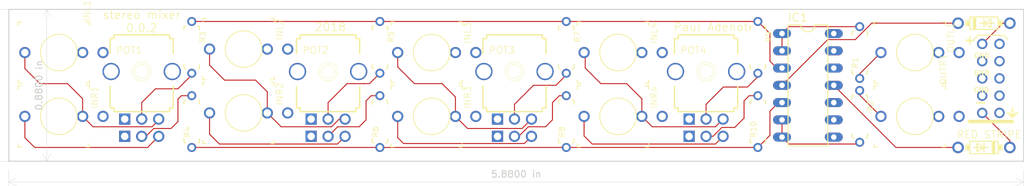
<source format=kicad_pcb>
(kicad_pcb (version 20171130) (host pcbnew "(5.1.2-1)-1")

  (general
    (thickness 1.6)
    (drawings 9)
    (tracks 136)
    (zones 0)
    (modules 28)
    (nets 43)
  )

  (page A4)
  (layers
    (0 Top signal)
    (31 Bottom signal)
    (32 B.Adhes user)
    (33 F.Adhes user)
    (34 B.Paste user)
    (35 F.Paste user)
    (36 B.SilkS user)
    (37 F.SilkS user)
    (38 B.Mask user)
    (39 F.Mask user)
    (40 Dwgs.User user)
    (41 Cmts.User user)
    (42 Eco1.User user)
    (43 Eco2.User user)
    (44 Edge.Cuts user)
    (45 Margin user)
    (46 B.CrtYd user)
    (47 F.CrtYd user)
    (48 B.Fab user)
    (49 F.Fab user)
  )

  (setup
    (last_trace_width 0.25)
    (trace_clearance 0.1524)
    (zone_clearance 0.508)
    (zone_45_only no)
    (trace_min 0.1524)
    (via_size 0.8)
    (via_drill 0.4)
    (via_min_size 0.4)
    (via_min_drill 0.3)
    (uvia_size 0.3)
    (uvia_drill 0.1)
    (uvias_allowed no)
    (uvia_min_size 0.2)
    (uvia_min_drill 0.1)
    (edge_width 0.05)
    (segment_width 0.2)
    (pcb_text_width 0.3)
    (pcb_text_size 1.5 1.5)
    (mod_edge_width 0.12)
    (mod_text_size 1 1)
    (mod_text_width 0.15)
    (pad_size 1.524 1.524)
    (pad_drill 0.762)
    (pad_to_mask_clearance 0.051)
    (solder_mask_min_width 0.25)
    (aux_axis_origin 0 0)
    (visible_elements FFFFFF7F)
    (pcbplotparams
      (layerselection 0x010fc_ffffffff)
      (usegerberextensions false)
      (usegerberattributes false)
      (usegerberadvancedattributes false)
      (creategerberjobfile false)
      (excludeedgelayer true)
      (linewidth 0.100000)
      (plotframeref false)
      (viasonmask false)
      (mode 1)
      (useauxorigin false)
      (hpglpennumber 1)
      (hpglpenspeed 20)
      (hpglpendiameter 15.000000)
      (psnegative false)
      (psa4output false)
      (plotreference true)
      (plotvalue true)
      (plotinvisibletext false)
      (padsonsilk false)
      (subtractmaskfromsilk false)
      (outputformat 1)
      (mirror false)
      (drillshape 1)
      (scaleselection 1)
      (outputdirectory ""))
  )

  (net 0 "")
  (net 1 GND)
  (net 2 VEE)
  (net 3 VCC)
  (net 4 "Net-(IC1-Pad1)")
  (net 5 "Net-(IC1-Pad6)")
  (net 6 "Net-(INR1-PadP$1_TIP)")
  (net 7 "Net-(POT1-Pad2B)")
  (net 8 "Net-(POT1-PadCHASSIS1)")
  (net 9 "Net-(INL1-PadP$1_TIP)")
  (net 10 "Net-(POT1-Pad2)")
  (net 11 "Net-(INL1-PadP$2_SWITCH)")
  (net 12 "Net-(IC1-Pad5)")
  (net 13 "Net-(IC1-Pad3)")
  (net 14 "Net-(INR2-PadP$1_TIP)")
  (net 15 "Net-(POT2-Pad2B)")
  (net 16 "Net-(POT2-PadCHASSIS1)")
  (net 17 "Net-(INL2-PadP$1_TIP)")
  (net 18 "Net-(POT2-Pad2)")
  (net 19 "Net-(INL2-PadP$2_SWITCH)")
  (net 20 "Net-(INR3-PadP$1_TIP)")
  (net 21 "Net-(POT3-Pad2B)")
  (net 22 "Net-(POT3-PadCHASSIS1)")
  (net 23 "Net-(INL3-PadP$1_TIP)")
  (net 24 "Net-(POT3-Pad2)")
  (net 25 "Net-(INL3-PadP$2_SWITCH)")
  (net 26 "Net-(INR4-PadP$1_TIP)")
  (net 27 "Net-(POT4-Pad2B)")
  (net 28 "Net-(POT4-PadCHASSIS1)")
  (net 29 "Net-(INL4-PadP$1_TIP)")
  (net 30 "Net-(POT4-Pad2)")
  (net 31 "Net-(INL4-PadP$2_SWITCH)")
  (net 32 "Net-(D2-PadC)")
  (net 33 "Net-(D1-PadA)")
  (net 34 "Net-(SV1-Pad8)")
  (net 35 "Net-(SV1-Pad6)")
  (net 36 "Net-(SV1-Pad4)")
  (net 37 "Net-(SV1-Pad9)")
  (net 38 "Net-(SV1-Pad1)")
  (net 39 "Net-(OUTL1-PadP$1_TIP)")
  (net 40 "Net-(OUTL1-PadP$2_SWITCH)")
  (net 41 "Net-(OUTR1-PadP$2_SWITCH)")
  (net 42 "Net-(OUTR1-PadP$1_TIP)")

  (net_class Default "This is the default net class."
    (clearance 0.1524)
    (trace_width 0.25)
    (via_dia 0.8)
    (via_drill 0.4)
    (uvia_dia 0.3)
    (uvia_drill 0.1)
    (add_net GND)
    (add_net "Net-(D1-PadA)")
    (add_net "Net-(D2-PadC)")
    (add_net "Net-(IC1-Pad1)")
    (add_net "Net-(IC1-Pad3)")
    (add_net "Net-(IC1-Pad5)")
    (add_net "Net-(IC1-Pad6)")
    (add_net "Net-(INL1-PadP$1_TIP)")
    (add_net "Net-(INL1-PadP$2_SWITCH)")
    (add_net "Net-(INL2-PadP$1_TIP)")
    (add_net "Net-(INL2-PadP$2_SWITCH)")
    (add_net "Net-(INL3-PadP$1_TIP)")
    (add_net "Net-(INL3-PadP$2_SWITCH)")
    (add_net "Net-(INL4-PadP$1_TIP)")
    (add_net "Net-(INL4-PadP$2_SWITCH)")
    (add_net "Net-(INR1-PadP$1_TIP)")
    (add_net "Net-(INR2-PadP$1_TIP)")
    (add_net "Net-(INR3-PadP$1_TIP)")
    (add_net "Net-(INR4-PadP$1_TIP)")
    (add_net "Net-(OUTL1-PadP$1_TIP)")
    (add_net "Net-(OUTL1-PadP$2_SWITCH)")
    (add_net "Net-(OUTR1-PadP$1_TIP)")
    (add_net "Net-(OUTR1-PadP$2_SWITCH)")
    (add_net "Net-(POT1-Pad2)")
    (add_net "Net-(POT1-Pad2B)")
    (add_net "Net-(POT1-PadCHASSIS1)")
    (add_net "Net-(POT2-Pad2)")
    (add_net "Net-(POT2-Pad2B)")
    (add_net "Net-(POT2-PadCHASSIS1)")
    (add_net "Net-(POT3-Pad2)")
    (add_net "Net-(POT3-Pad2B)")
    (add_net "Net-(POT3-PadCHASSIS1)")
    (add_net "Net-(POT4-Pad2)")
    (add_net "Net-(POT4-Pad2B)")
    (add_net "Net-(POT4-PadCHASSIS1)")
    (add_net "Net-(SV1-Pad1)")
    (add_net "Net-(SV1-Pad4)")
    (add_net "Net-(SV1-Pad6)")
    (add_net "Net-(SV1-Pad8)")
    (add_net "Net-(SV1-Pad9)")
    (add_net VCC)
    (add_net VEE)
  )

  (module stereo-mix:7MM_RESISTOR (layer Top) (tedit 0) (tstamp 5CF3F66D)
    (at 199.0471 100.1776 90)
    (descr "Standard resistor on 7mm grid")
    (path /9D6C0EBA)
    (fp_text reference R1 (at -2.420771 -1.146115 90) (layer F.SilkS)
      (effects (font (size 0.84455 0.84455) (thickness 0.0889)) (justify left top))
    )
    (fp_text value 1k (at 3.05559 1.002128 90) (layer F.Fab)
      (effects (font (size 1.08585 1.08585) (thickness 0.1143)) (justify right bottom))
    )
    (fp_poly (pts (xy 3.175 0.3048) (xy 3.429 0.3048) (xy 3.429 -0.3048) (xy 3.175 -0.3048)) (layer F.Fab) (width 0))
    (fp_poly (pts (xy -3.429 0.3048) (xy -3.175 0.3048) (xy -3.175 -0.3048) (xy -3.429 -0.3048)) (layer F.Fab) (width 0))
    (fp_line (start 3.429 0) (end 3.81 0) (layer F.Fab) (width 0.6096))
    (fp_line (start 3.175 0.889) (end 3.175 -0.889) (layer F.Fab) (width 0.1524))
    (fp_line (start 2.921 1.143) (end 2.54 1.143) (layer F.SilkS) (width 0.1524))
    (fp_line (start 2.921 -1.143) (end 2.54 -1.143) (layer F.SilkS) (width 0.1524))
    (fp_line (start -2.921 1.143) (end -2.54 1.143) (layer F.SilkS) (width 0.1524))
    (fp_line (start -2.921 -1.143) (end -2.54 -1.143) (layer F.SilkS) (width 0.1524))
    (fp_line (start -3.175 0.889) (end -3.175 -0.889) (layer F.Fab) (width 0.1524))
    (fp_arc (start 2.921 -0.889) (end 2.921 -1.143) (angle 90) (layer F.SilkS) (width 0.1524))
    (fp_arc (start 2.921 0.889) (end 2.921 1.143) (angle -90) (layer F.SilkS) (width 0.1524))
    (fp_arc (start -2.921 0.889) (end -3.175 0.889) (angle -90) (layer F.SilkS) (width 0.1524))
    (fp_arc (start -2.921 -0.889) (end -3.175 -0.889) (angle 90) (layer F.SilkS) (width 0.1524))
    (fp_line (start -3.81 0) (end -3.429 0) (layer F.Fab) (width 0.6096))
    (pad 2 thru_hole circle (at 3.81 0 90) (size 1.3208 1.3208) (drill 0.8128) (layers *.Cu *.Mask)
      (net 4 "Net-(IC1-Pad1)") (solder_mask_margin 0.1016))
    (pad 1 thru_hole circle (at -3.81 0 90) (size 1.3208 1.3208) (drill 0.8128) (layers *.Cu *.Mask)
      (net 39 "Net-(OUTL1-PadP$1_TIP)") (solder_mask_margin 0.1016))
  )

  (module stereo-mix:WQP-PJ301M-12_JACK (layer Top) (tedit 0) (tstamp 5CF3F680)
    (at 207.1751 100.1776 90)
    (path /58DAD927)
    (fp_text reference OUTL1 (at 4.5212 4.7244 270) (layer F.SilkS)
      (effects (font (size 0.9652 0.9652) (thickness 0.08128)) (justify right top))
    )
    (fp_text value THONKICONNNEW (at 0 0 90) (layer F.SilkS) hide
      (effects (font (size 1.27 1.27) (thickness 0.15)))
    )
    (fp_line (start -4.5 4.5) (end -4 4.5) (layer F.SilkS) (width 0.127))
    (fp_line (start -4.5 4) (end -4.5 4.5) (layer F.SilkS) (width 0.127))
    (fp_line (start 4.5 4.5) (end 4 4.5) (layer F.SilkS) (width 0.127))
    (fp_line (start 4.5 4) (end 4.5 4.5) (layer F.SilkS) (width 0.127))
    (fp_line (start 4.5 -6) (end 4.5 -5.5) (layer F.SilkS) (width 0.127))
    (fp_line (start 4 -6) (end 4.5 -6) (layer F.SilkS) (width 0.127))
    (fp_line (start -4.5 -6) (end -4 -6) (layer F.SilkS) (width 0.127))
    (fp_line (start -4.5 -5.5) (end -4.5 -6) (layer F.SilkS) (width 0.127))
    (fp_poly (pts (xy -2.8 2.8) (xy 2.8 2.8) (xy 2.8 -2.8) (xy -2.8 -2.8)) (layer Dwgs.User) (width 0))
    (fp_line (start 0.2 6.7) (end 0.2 4.5) (layer F.Fab) (width 0.127))
    (fp_line (start -0.2 6.7) (end 0.2 6.7) (layer F.Fab) (width 0.127))
    (fp_line (start -0.2 4.6) (end -0.2 6.7) (layer F.Fab) (width 0.127))
    (fp_circle (center 0 0) (end 2.690721 0) (layer F.SilkS) (width 0.127))
    (fp_line (start 1.5 -4) (end 1.5 -6) (layer F.Fab) (width 0.127))
    (fp_line (start -1.5 -4) (end 1.5 -4) (layer F.Fab) (width 0.127))
    (fp_line (start -1.5 -6) (end -1.5 -4) (layer F.Fab) (width 0.127))
    (fp_circle (center 0 0) (end 3.162275 0) (layer F.Fab) (width 0.127))
    (fp_line (start 4.5 4.5) (end 4.5 -6) (layer F.Fab) (width 0.127))
    (fp_line (start 0.2 4.5) (end 4.5 4.5) (layer F.Fab) (width 0.127))
    (fp_line (start -4.5 4.5) (end 0.2 4.5) (layer F.Fab) (width 0.127))
    (fp_line (start -4.5 -6) (end -4.5 4.5) (layer F.Fab) (width 0.127))
    (fp_line (start 1.5 -6) (end 4.5 -6) (layer F.Fab) (width 0.127))
    (fp_line (start -1.5 -6) (end 1.5 -6) (layer F.Fab) (width 0.127))
    (fp_line (start -4.5 -6) (end -1.5 -6) (layer F.Fab) (width 0.127))
    (pad P$3_SLEEVE thru_hole circle (at 0 6.5 90) (size 1.65 1.65) (drill 1.1) (layers *.Cu *.Mask)
      (net 1 GND) (solder_mask_margin 0.1016))
    (pad P$2_SWITCH thru_hole circle (at 0 3.5 90) (size 1.65 1.65) (drill 1.1) (layers *.Cu *.Mask)
      (net 40 "Net-(OUTL1-PadP$2_SWITCH)") (solder_mask_margin 0.1016))
    (pad P$1_TIP thru_hole circle (at 0 -5 90) (size 1.65 1.65) (drill 1.1) (layers *.Cu *.Mask)
      (net 39 "Net-(OUTL1-PadP$1_TIP)") (solder_mask_margin 0.1016) (zone_connect 2))
  )

  (module stereo-mix:WQP-PJ301M-12_JACK (layer Top) (tedit 0) (tstamp 5CF3F69E)
    (at 207.1751 109.5756 90)
    (path /C8F4621A)
    (fp_text reference OUTR1 (at 4.5212 4.7244 270) (layer F.SilkS)
      (effects (font (size 0.9652 0.9652) (thickness 0.077216)) (justify left bottom))
    )
    (fp_text value THONKICONNNEW (at 0 0 90) (layer F.SilkS) hide
      (effects (font (size 1.27 1.27) (thickness 0.15)))
    )
    (fp_line (start -4.5 4.5) (end -4 4.5) (layer F.SilkS) (width 0.127))
    (fp_line (start -4.5 4) (end -4.5 4.5) (layer F.SilkS) (width 0.127))
    (fp_line (start 4.5 4.5) (end 4 4.5) (layer F.SilkS) (width 0.127))
    (fp_line (start 4.5 4) (end 4.5 4.5) (layer F.SilkS) (width 0.127))
    (fp_line (start 4.5 -6) (end 4.5 -5.5) (layer F.SilkS) (width 0.127))
    (fp_line (start 4 -6) (end 4.5 -6) (layer F.SilkS) (width 0.127))
    (fp_line (start -4.5 -6) (end -4 -6) (layer F.SilkS) (width 0.127))
    (fp_line (start -4.5 -5.5) (end -4.5 -6) (layer F.SilkS) (width 0.127))
    (fp_poly (pts (xy -2.8 2.8) (xy 2.8 2.8) (xy 2.8 -2.8) (xy -2.8 -2.8)) (layer Dwgs.User) (width 0))
    (fp_line (start 0.2 6.7) (end 0.2 4.5) (layer F.Fab) (width 0.127))
    (fp_line (start -0.2 6.7) (end 0.2 6.7) (layer F.Fab) (width 0.127))
    (fp_line (start -0.2 4.6) (end -0.2 6.7) (layer F.Fab) (width 0.127))
    (fp_circle (center 0 0) (end 2.690721 0) (layer F.SilkS) (width 0.127))
    (fp_line (start 1.5 -4) (end 1.5 -6) (layer F.Fab) (width 0.127))
    (fp_line (start -1.5 -4) (end 1.5 -4) (layer F.Fab) (width 0.127))
    (fp_line (start -1.5 -6) (end -1.5 -4) (layer F.Fab) (width 0.127))
    (fp_circle (center 0 0) (end 3.162275 0) (layer F.Fab) (width 0.127))
    (fp_line (start 4.5 4.5) (end 4.5 -6) (layer F.Fab) (width 0.127))
    (fp_line (start 0.2 4.5) (end 4.5 4.5) (layer F.Fab) (width 0.127))
    (fp_line (start -4.5 4.5) (end 0.2 4.5) (layer F.Fab) (width 0.127))
    (fp_line (start -4.5 -6) (end -4.5 4.5) (layer F.Fab) (width 0.127))
    (fp_line (start 1.5 -6) (end 4.5 -6) (layer F.Fab) (width 0.127))
    (fp_line (start -1.5 -6) (end 1.5 -6) (layer F.Fab) (width 0.127))
    (fp_line (start -4.5 -6) (end -1.5 -6) (layer F.Fab) (width 0.127))
    (pad P$3_SLEEVE thru_hole circle (at 0 6.5 90) (size 1.65 1.65) (drill 1.1) (layers *.Cu *.Mask)
      (net 1 GND) (solder_mask_margin 0.1016))
    (pad P$2_SWITCH thru_hole circle (at 0 3.5 90) (size 1.65 1.65) (drill 1.1) (layers *.Cu *.Mask)
      (net 41 "Net-(OUTR1-PadP$2_SWITCH)") (solder_mask_margin 0.1016))
    (pad P$1_TIP thru_hole circle (at 0 -5 90) (size 1.65 1.65) (drill 1.1) (layers *.Cu *.Mask)
      (net 42 "Net-(OUTR1-PadP$1_TIP)") (solder_mask_margin 0.1016) (zone_connect 2))
  )

  (module stereo-mix:7MM_RESISTOR (layer Top) (tedit 0) (tstamp 5CF3F6BC)
    (at 199.0471 109.5756 270)
    (descr "Standard resistor on 7mm grid")
    (path /00FF0E5C)
    (fp_text reference R2 (at -2.420771 -1.146115 270) (layer F.SilkS)
      (effects (font (size 0.84455 0.84455) (thickness 0.0889)) (justify right top))
    )
    (fp_text value 1k (at 3.05559 1.002128 270) (layer F.Fab)
      (effects (font (size 1.08585 1.08585) (thickness 0.1143)) (justify right top))
    )
    (fp_poly (pts (xy 3.175 0.3048) (xy 3.429 0.3048) (xy 3.429 -0.3048) (xy 3.175 -0.3048)) (layer F.Fab) (width 0))
    (fp_poly (pts (xy -3.429 0.3048) (xy -3.175 0.3048) (xy -3.175 -0.3048) (xy -3.429 -0.3048)) (layer F.Fab) (width 0))
    (fp_line (start 3.429 0) (end 3.81 0) (layer F.Fab) (width 0.6096))
    (fp_line (start 3.175 0.889) (end 3.175 -0.889) (layer F.Fab) (width 0.1524))
    (fp_line (start 2.921 1.143) (end 2.54 1.143) (layer F.SilkS) (width 0.1524))
    (fp_line (start 2.921 -1.143) (end 2.54 -1.143) (layer F.SilkS) (width 0.1524))
    (fp_line (start -2.921 1.143) (end -2.54 1.143) (layer F.SilkS) (width 0.1524))
    (fp_line (start -2.921 -1.143) (end -2.54 -1.143) (layer F.SilkS) (width 0.1524))
    (fp_line (start -3.175 0.889) (end -3.175 -0.889) (layer F.Fab) (width 0.1524))
    (fp_arc (start 2.921 -0.889) (end 2.921 -1.143) (angle 90) (layer F.SilkS) (width 0.1524))
    (fp_arc (start 2.921 0.889) (end 2.921 1.143) (angle -90) (layer F.SilkS) (width 0.1524))
    (fp_arc (start -2.921 0.889) (end -3.175 0.889) (angle -90) (layer F.SilkS) (width 0.1524))
    (fp_arc (start -2.921 -0.889) (end -3.175 -0.889) (angle 90) (layer F.SilkS) (width 0.1524))
    (fp_line (start -3.81 0) (end -3.429 0) (layer F.Fab) (width 0.6096))
    (pad 2 thru_hole circle (at 3.81 0 270) (size 1.3208 1.3208) (drill 0.8128) (layers *.Cu *.Mask)
      (net 5 "Net-(IC1-Pad6)") (solder_mask_margin 0.1016))
    (pad 1 thru_hole circle (at -3.81 0 270) (size 1.3208 1.3208) (drill 0.8128) (layers *.Cu *.Mask)
      (net 42 "Net-(OUTR1-PadP$1_TIP)") (solder_mask_margin 0.1016))
  )

  (module stereo-mix:DUAL_9MM_SNAP-IN_POT (layer Top) (tedit 0) (tstamp 5CF3F6CF)
    (at 93.3831 102.9716)
    (descr "9mm vertical snap-in pot, Alpha / Panasonic style")
    (path /2DA62748)
    (fp_text reference POT1 (at -3.81 -2.54) (layer F.SilkS)
      (effects (font (size 1.01346 1.01346) (thickness 0.085344)) (justify left bottom))
    )
    (fp_text value 50k (at -3.81 3.81) (layer F.Fab)
      (effects (font (size 1.2065 1.2065) (thickness 0.1016)) (justify left bottom))
    )
    (fp_circle (center 0 0) (end 1.016 0) (layer F.SilkS) (width 0.0508))
    (fp_poly (pts (xy 2.075 7.325) (xy 2.925 7.325) (xy 2.925 6) (xy 2.075 6)) (layer F.Fab) (width 0))
    (fp_poly (pts (xy -0.425 7.325) (xy 0.425 7.325) (xy 0.425 6) (xy -0.425 6)) (layer F.Fab) (width 0))
    (fp_poly (pts (xy -2.925 7.325) (xy -2.075 7.325) (xy -2.075 6) (xy -2.925 6)) (layer F.Fab) (width 0))
    (fp_circle (center 0 0) (end 1.397 0) (layer F.SilkS) (width 0.0508))
    (fp_line (start 4.65 2.15) (end 4.65 5.35) (layer F.SilkS) (width 0.2032))
    (fp_line (start 4.65 -4.85) (end 4.65 -2.65) (layer F.SilkS) (width 0.2032))
    (fp_line (start -4.65 5.35) (end -4.65 2.15) (layer F.SilkS) (width 0.2032))
    (fp_line (start -4.65 -2.65) (end -4.65 -4.85) (layer F.SilkS) (width 0.2032))
    (fp_line (start 4.65 -4.85) (end 4.1 -4.85) (layer F.SilkS) (width 0.2032))
    (fp_line (start 4.1 -4.85) (end 4.1 -5.4) (layer F.SilkS) (width 0.2032))
    (fp_line (start 4.1 5.9) (end 4.1 5.35) (layer F.SilkS) (width 0.2032))
    (fp_line (start 4.1 5.35) (end 4.65 5.35) (layer F.SilkS) (width 0.2032))
    (fp_line (start -4.65 5.35) (end -4.1 5.35) (layer F.SilkS) (width 0.2032))
    (fp_line (start -4.1 5.35) (end -4.1 5.9) (layer F.SilkS) (width 0.2032))
    (fp_line (start -4.1 -5.4) (end -4.1 -4.85) (layer F.SilkS) (width 0.2032))
    (fp_line (start -4.1 -4.85) (end -4.65 -4.85) (layer F.SilkS) (width 0.2032))
    (fp_line (start 5.5 -0.9) (end 4.75 -0.9) (layer F.Fab) (width 0.2032))
    (fp_line (start 5.5 0.9) (end 5.5 -0.9) (layer F.Fab) (width 0.2032))
    (fp_line (start 4.75 0.9) (end 5.5 0.9) (layer F.Fab) (width 0.2032))
    (fp_line (start -5.5 0.9) (end -4.75 0.9) (layer F.Fab) (width 0.2032))
    (fp_line (start -5.5 -0.9) (end -5.5 0.9) (layer F.Fab) (width 0.2032))
    (fp_line (start -4.75 -0.9) (end -5.5 -0.9) (layer F.Fab) (width 0.2032))
    (fp_line (start -4.65 5.35) (end -4.65 -4.85) (layer F.Fab) (width 0.2032))
    (fp_line (start 4.1 5.9) (end -4.1 5.9) (layer F.SilkS) (width 0.2032))
    (fp_line (start 4.65 -4.85) (end 4.65 5.35) (layer F.Fab) (width 0.2032))
    (fp_line (start -4.1 -5.4) (end 4.1 -5.4) (layer F.SilkS) (width 0.2032))
    (pad 3B thru_hole circle (at 2.5 9.54 270) (size 1.65 1.65) (drill 1.1) (layers *.Cu *.Mask)
      (net 6 "Net-(INR1-PadP$1_TIP)") (solder_mask_margin 0.1016))
    (pad 2B thru_hole circle (at 0 9.54 270) (size 1.65 1.65) (drill 1.1) (layers *.Cu *.Mask)
      (net 7 "Net-(POT1-Pad2B)") (solder_mask_margin 0.1016))
    (pad 1B thru_hole rect (at -2.5 9.54 270) (size 1.65 1.65) (drill 1.1) (layers *.Cu *.Mask)
      (net 1 GND) (solder_mask_margin 0.1016))
    (pad CHASSIS1 thru_hole circle (at -4.5 0 270) (size 2.54 2.54) (drill 2.1) (layers *.Cu *.Mask)
      (net 8 "Net-(POT1-PadCHASSIS1)") (solder_mask_margin 0.1016))
    (pad CHASSIS2 thru_hole circle (at 4.5 0 270) (size 2.54 2.54) (drill 2.1) (layers *.Cu *.Mask)
      (net 8 "Net-(POT1-PadCHASSIS1)") (solder_mask_margin 0.1016))
    (pad 3 thru_hole circle (at 2.5 7 270) (size 1.65 1.65) (drill 1.1) (layers *.Cu *.Mask)
      (net 9 "Net-(INL1-PadP$1_TIP)") (solder_mask_margin 0.1016))
    (pad 2 thru_hole circle (at 0 7 270) (size 1.65 1.65) (drill 1.1) (layers *.Cu *.Mask)
      (net 10 "Net-(POT1-Pad2)") (solder_mask_margin 0.1016))
    (pad 1 thru_hole rect (at -2.5 7 270) (size 1.65 1.65) (drill 1.1) (layers *.Cu *.Mask)
      (net 1 GND) (solder_mask_margin 0.1016))
  )

  (module stereo-mix:WQP-PJ301M-12_JACK (layer Top) (tedit 0) (tstamp 5CF3F6F5)
    (at 81.1911 100.1776 90)
    (path /3454C4CF)
    (fp_text reference INL1 (at 4.5212 4.7244 270) (layer F.SilkS)
      (effects (font (size 0.9652 0.9652) (thickness 0.077216)) (justify left bottom))
    )
    (fp_text value THONKICONNNEW (at 0 0 90) (layer F.SilkS) hide
      (effects (font (size 1.27 1.27) (thickness 0.15)))
    )
    (fp_line (start -4.5 4.5) (end -4 4.5) (layer F.SilkS) (width 0.127))
    (fp_line (start -4.5 4) (end -4.5 4.5) (layer F.SilkS) (width 0.127))
    (fp_line (start 4.5 4.5) (end 4 4.5) (layer F.SilkS) (width 0.127))
    (fp_line (start 4.5 4) (end 4.5 4.5) (layer F.SilkS) (width 0.127))
    (fp_line (start 4.5 -6) (end 4.5 -5.5) (layer F.SilkS) (width 0.127))
    (fp_line (start 4 -6) (end 4.5 -6) (layer F.SilkS) (width 0.127))
    (fp_line (start -4.5 -6) (end -4 -6) (layer F.SilkS) (width 0.127))
    (fp_line (start -4.5 -5.5) (end -4.5 -6) (layer F.SilkS) (width 0.127))
    (fp_poly (pts (xy -2.8 2.8) (xy 2.8 2.8) (xy 2.8 -2.8) (xy -2.8 -2.8)) (layer Dwgs.User) (width 0))
    (fp_line (start 0.2 6.7) (end 0.2 4.5) (layer F.Fab) (width 0.127))
    (fp_line (start -0.2 6.7) (end 0.2 6.7) (layer F.Fab) (width 0.127))
    (fp_line (start -0.2 4.6) (end -0.2 6.7) (layer F.Fab) (width 0.127))
    (fp_circle (center 0 0) (end 2.690721 0) (layer F.SilkS) (width 0.127))
    (fp_line (start 1.5 -4) (end 1.5 -6) (layer F.Fab) (width 0.127))
    (fp_line (start -1.5 -4) (end 1.5 -4) (layer F.Fab) (width 0.127))
    (fp_line (start -1.5 -6) (end -1.5 -4) (layer F.Fab) (width 0.127))
    (fp_circle (center 0 0) (end 3.162275 0) (layer F.Fab) (width 0.127))
    (fp_line (start 4.5 4.5) (end 4.5 -6) (layer F.Fab) (width 0.127))
    (fp_line (start 0.2 4.5) (end 4.5 4.5) (layer F.Fab) (width 0.127))
    (fp_line (start -4.5 4.5) (end 0.2 4.5) (layer F.Fab) (width 0.127))
    (fp_line (start -4.5 -6) (end -4.5 4.5) (layer F.Fab) (width 0.127))
    (fp_line (start 1.5 -6) (end 4.5 -6) (layer F.Fab) (width 0.127))
    (fp_line (start -1.5 -6) (end 1.5 -6) (layer F.Fab) (width 0.127))
    (fp_line (start -4.5 -6) (end -1.5 -6) (layer F.Fab) (width 0.127))
    (pad P$3_SLEEVE thru_hole circle (at 0 6.5 90) (size 1.65 1.65) (drill 1.1) (layers *.Cu *.Mask)
      (net 1 GND) (solder_mask_margin 0.1016))
    (pad P$2_SWITCH thru_hole circle (at 0 3.5 90) (size 1.65 1.65) (drill 1.1) (layers *.Cu *.Mask)
      (net 11 "Net-(INL1-PadP$2_SWITCH)") (solder_mask_margin 0.1016))
    (pad P$1_TIP thru_hole circle (at 0 -5 90) (size 1.65 1.65) (drill 1.1) (layers *.Cu *.Mask)
      (net 9 "Net-(INL1-PadP$1_TIP)") (solder_mask_margin 0.1016) (zone_connect 2))
  )

  (module stereo-mix:WQP-PJ301M-12_JACK (layer Top) (tedit 0) (tstamp 5CF3F713)
    (at 81.1911 109.5756 90)
    (path /B44C1F57)
    (fp_text reference INR1 (at 4.5212 4.7244 270) (layer F.SilkS)
      (effects (font (size 0.9652 0.9652) (thickness 0.08128)) (justify right top))
    )
    (fp_text value THONKICONNNEW (at 0 0 90) (layer F.SilkS) hide
      (effects (font (size 1.27 1.27) (thickness 0.15)))
    )
    (fp_line (start -4.5 4.5) (end -4 4.5) (layer F.SilkS) (width 0.127))
    (fp_line (start -4.5 4) (end -4.5 4.5) (layer F.SilkS) (width 0.127))
    (fp_line (start 4.5 4.5) (end 4 4.5) (layer F.SilkS) (width 0.127))
    (fp_line (start 4.5 4) (end 4.5 4.5) (layer F.SilkS) (width 0.127))
    (fp_line (start 4.5 -6) (end 4.5 -5.5) (layer F.SilkS) (width 0.127))
    (fp_line (start 4 -6) (end 4.5 -6) (layer F.SilkS) (width 0.127))
    (fp_line (start -4.5 -6) (end -4 -6) (layer F.SilkS) (width 0.127))
    (fp_line (start -4.5 -5.5) (end -4.5 -6) (layer F.SilkS) (width 0.127))
    (fp_poly (pts (xy -2.8 2.8) (xy 2.8 2.8) (xy 2.8 -2.8) (xy -2.8 -2.8)) (layer Dwgs.User) (width 0))
    (fp_line (start 0.2 6.7) (end 0.2 4.5) (layer F.Fab) (width 0.127))
    (fp_line (start -0.2 6.7) (end 0.2 6.7) (layer F.Fab) (width 0.127))
    (fp_line (start -0.2 4.6) (end -0.2 6.7) (layer F.Fab) (width 0.127))
    (fp_circle (center 0 0) (end 2.690721 0) (layer F.SilkS) (width 0.127))
    (fp_line (start 1.5 -4) (end 1.5 -6) (layer F.Fab) (width 0.127))
    (fp_line (start -1.5 -4) (end 1.5 -4) (layer F.Fab) (width 0.127))
    (fp_line (start -1.5 -6) (end -1.5 -4) (layer F.Fab) (width 0.127))
    (fp_circle (center 0 0) (end 3.162275 0) (layer F.Fab) (width 0.127))
    (fp_line (start 4.5 4.5) (end 4.5 -6) (layer F.Fab) (width 0.127))
    (fp_line (start 0.2 4.5) (end 4.5 4.5) (layer F.Fab) (width 0.127))
    (fp_line (start -4.5 4.5) (end 0.2 4.5) (layer F.Fab) (width 0.127))
    (fp_line (start -4.5 -6) (end -4.5 4.5) (layer F.Fab) (width 0.127))
    (fp_line (start 1.5 -6) (end 4.5 -6) (layer F.Fab) (width 0.127))
    (fp_line (start -1.5 -6) (end 1.5 -6) (layer F.Fab) (width 0.127))
    (fp_line (start -4.5 -6) (end -1.5 -6) (layer F.Fab) (width 0.127))
    (pad P$3_SLEEVE thru_hole circle (at 0 6.5 90) (size 1.65 1.65) (drill 1.1) (layers *.Cu *.Mask)
      (net 1 GND) (solder_mask_margin 0.1016))
    (pad P$2_SWITCH thru_hole circle (at 0 3.5 90) (size 1.65 1.65) (drill 1.1) (layers *.Cu *.Mask)
      (net 9 "Net-(INL1-PadP$1_TIP)") (solder_mask_margin 0.1016))
    (pad P$1_TIP thru_hole circle (at 0 -5 90) (size 1.65 1.65) (drill 1.1) (layers *.Cu *.Mask)
      (net 6 "Net-(INR1-PadP$1_TIP)") (solder_mask_margin 0.1016) (zone_connect 2))
  )

  (module stereo-mix:DIL14 (layer Top) (tedit 0) (tstamp 5CF3F731)
    (at 191.4271 105.0036 270)
    (descr "<b>Dual In Line Package</b>")
    (path /70C115B1)
    (fp_text reference IC1 (at -9.271 3.048) (layer F.SilkS)
      (effects (font (size 1.2065 1.2065) (thickness 0.127)) (justify left bottom))
    )
    (fp_text value LM324N (at -6.731 0.635 270) (layer F.Fab)
      (effects (font (size 1.2065 1.2065) (thickness 0.127)) (justify right top))
    )
    (fp_arc (start -8.89 0) (end -8.89 -1.016) (angle 180) (layer F.SilkS) (width 0.1524))
    (fp_line (start -8.89 2.921) (end -8.89 1.016) (layer F.SilkS) (width 0.1524))
    (fp_line (start -8.89 -2.921) (end -8.89 -1.016) (layer F.SilkS) (width 0.1524))
    (fp_line (start 8.89 -2.921) (end 8.89 2.921) (layer F.SilkS) (width 0.1524))
    (fp_line (start -8.89 2.921) (end 8.89 2.921) (layer F.SilkS) (width 0.1524))
    (fp_line (start 8.89 -2.921) (end -8.89 -2.921) (layer F.SilkS) (width 0.1524))
    (pad 14 thru_hole oval (at -7.62 -3.81) (size 2.6416 1.3208) (drill 0.8128) (layers *.Cu *.Mask)
      (solder_mask_margin 0.1016))
    (pad 13 thru_hole oval (at -5.08 -3.81) (size 2.6416 1.3208) (drill 0.8128) (layers *.Cu *.Mask)
      (solder_mask_margin 0.1016))
    (pad 12 thru_hole oval (at -2.54 -3.81) (size 2.6416 1.3208) (drill 0.8128) (layers *.Cu *.Mask)
      (solder_mask_margin 0.1016))
    (pad 11 thru_hole oval (at 0 -3.81) (size 2.6416 1.3208) (drill 0.8128) (layers *.Cu *.Mask)
      (net 2 VEE) (solder_mask_margin 0.1016))
    (pad 10 thru_hole oval (at 2.54 -3.81) (size 2.6416 1.3208) (drill 0.8128) (layers *.Cu *.Mask)
      (solder_mask_margin 0.1016))
    (pad 9 thru_hole oval (at 5.08 -3.81) (size 2.6416 1.3208) (drill 0.8128) (layers *.Cu *.Mask)
      (solder_mask_margin 0.1016))
    (pad 5 thru_hole oval (at 2.54 3.81) (size 2.6416 1.3208) (drill 0.8128) (layers *.Cu *.Mask)
      (net 12 "Net-(IC1-Pad5)") (solder_mask_margin 0.1016))
    (pad 6 thru_hole oval (at 5.08 3.81) (size 2.6416 1.3208) (drill 0.8128) (layers *.Cu *.Mask)
      (net 5 "Net-(IC1-Pad6)") (solder_mask_margin 0.1016))
    (pad 4 thru_hole oval (at 0 3.81) (size 2.6416 1.3208) (drill 0.8128) (layers *.Cu *.Mask)
      (net 3 VCC) (solder_mask_margin 0.1016))
    (pad 3 thru_hole oval (at -2.54 3.81) (size 2.6416 1.3208) (drill 0.8128) (layers *.Cu *.Mask)
      (net 13 "Net-(IC1-Pad3)") (solder_mask_margin 0.1016))
    (pad 8 thru_hole oval (at 7.62 -3.81) (size 2.6416 1.3208) (drill 0.8128) (layers *.Cu *.Mask)
      (solder_mask_margin 0.1016))
    (pad 7 thru_hole oval (at 7.62 3.81) (size 2.6416 1.3208) (drill 0.8128) (layers *.Cu *.Mask)
      (net 5 "Net-(IC1-Pad6)") (solder_mask_margin 0.1016))
    (pad 2 thru_hole oval (at -5.08 3.81) (size 2.6416 1.3208) (drill 0.8128) (layers *.Cu *.Mask)
      (net 4 "Net-(IC1-Pad1)") (solder_mask_margin 0.1016))
    (pad 1 thru_hole oval (at -7.62 3.81) (size 2.6416 1.3208) (drill 0.8128) (layers *.Cu *.Mask)
      (net 4 "Net-(IC1-Pad1)") (solder_mask_margin 0.1016))
  )

  (module stereo-mix:DUAL_9MM_SNAP-IN_POT (layer Top) (tedit 0) (tstamp 5CF3F748)
    (at 120.8151 102.9716)
    (descr "9mm vertical snap-in pot, Alpha / Panasonic style")
    (path /29A6E152)
    (fp_text reference POT2 (at -3.81 -2.54) (layer F.SilkS)
      (effects (font (size 1.01346 1.01346) (thickness 0.085344)) (justify left bottom))
    )
    (fp_text value 50k (at -3.81 3.81) (layer F.Fab)
      (effects (font (size 1.2065 1.2065) (thickness 0.1016)) (justify left bottom))
    )
    (fp_circle (center 0 0) (end 1.016 0) (layer F.SilkS) (width 0.0508))
    (fp_poly (pts (xy 2.075 7.325) (xy 2.925 7.325) (xy 2.925 6) (xy 2.075 6)) (layer F.Fab) (width 0))
    (fp_poly (pts (xy -0.425 7.325) (xy 0.425 7.325) (xy 0.425 6) (xy -0.425 6)) (layer F.Fab) (width 0))
    (fp_poly (pts (xy -2.925 7.325) (xy -2.075 7.325) (xy -2.075 6) (xy -2.925 6)) (layer F.Fab) (width 0))
    (fp_circle (center 0 0) (end 1.397 0) (layer F.SilkS) (width 0.0508))
    (fp_line (start 4.65 2.15) (end 4.65 5.35) (layer F.SilkS) (width 0.2032))
    (fp_line (start 4.65 -4.85) (end 4.65 -2.65) (layer F.SilkS) (width 0.2032))
    (fp_line (start -4.65 5.35) (end -4.65 2.15) (layer F.SilkS) (width 0.2032))
    (fp_line (start -4.65 -2.65) (end -4.65 -4.85) (layer F.SilkS) (width 0.2032))
    (fp_line (start 4.65 -4.85) (end 4.1 -4.85) (layer F.SilkS) (width 0.2032))
    (fp_line (start 4.1 -4.85) (end 4.1 -5.4) (layer F.SilkS) (width 0.2032))
    (fp_line (start 4.1 5.9) (end 4.1 5.35) (layer F.SilkS) (width 0.2032))
    (fp_line (start 4.1 5.35) (end 4.65 5.35) (layer F.SilkS) (width 0.2032))
    (fp_line (start -4.65 5.35) (end -4.1 5.35) (layer F.SilkS) (width 0.2032))
    (fp_line (start -4.1 5.35) (end -4.1 5.9) (layer F.SilkS) (width 0.2032))
    (fp_line (start -4.1 -5.4) (end -4.1 -4.85) (layer F.SilkS) (width 0.2032))
    (fp_line (start -4.1 -4.85) (end -4.65 -4.85) (layer F.SilkS) (width 0.2032))
    (fp_line (start 5.5 -0.9) (end 4.75 -0.9) (layer F.Fab) (width 0.2032))
    (fp_line (start 5.5 0.9) (end 5.5 -0.9) (layer F.Fab) (width 0.2032))
    (fp_line (start 4.75 0.9) (end 5.5 0.9) (layer F.Fab) (width 0.2032))
    (fp_line (start -5.5 0.9) (end -4.75 0.9) (layer F.Fab) (width 0.2032))
    (fp_line (start -5.5 -0.9) (end -5.5 0.9) (layer F.Fab) (width 0.2032))
    (fp_line (start -4.75 -0.9) (end -5.5 -0.9) (layer F.Fab) (width 0.2032))
    (fp_line (start -4.65 5.35) (end -4.65 -4.85) (layer F.Fab) (width 0.2032))
    (fp_line (start 4.1 5.9) (end -4.1 5.9) (layer F.SilkS) (width 0.2032))
    (fp_line (start 4.65 -4.85) (end 4.65 5.35) (layer F.Fab) (width 0.2032))
    (fp_line (start -4.1 -5.4) (end 4.1 -5.4) (layer F.SilkS) (width 0.2032))
    (pad 3B thru_hole circle (at 2.5 9.54 270) (size 1.65 1.65) (drill 1.1) (layers *.Cu *.Mask)
      (net 14 "Net-(INR2-PadP$1_TIP)") (solder_mask_margin 0.1016))
    (pad 2B thru_hole circle (at 0 9.54 270) (size 1.65 1.65) (drill 1.1) (layers *.Cu *.Mask)
      (net 15 "Net-(POT2-Pad2B)") (solder_mask_margin 0.1016))
    (pad 1B thru_hole rect (at -2.5 9.54 270) (size 1.65 1.65) (drill 1.1) (layers *.Cu *.Mask)
      (net 1 GND) (solder_mask_margin 0.1016))
    (pad CHASSIS1 thru_hole circle (at -4.5 0 270) (size 2.54 2.54) (drill 2.1) (layers *.Cu *.Mask)
      (net 16 "Net-(POT2-PadCHASSIS1)") (solder_mask_margin 0.1016))
    (pad CHASSIS2 thru_hole circle (at 4.5 0 270) (size 2.54 2.54) (drill 2.1) (layers *.Cu *.Mask)
      (net 16 "Net-(POT2-PadCHASSIS1)") (solder_mask_margin 0.1016))
    (pad 3 thru_hole circle (at 2.5 7 270) (size 1.65 1.65) (drill 1.1) (layers *.Cu *.Mask)
      (net 17 "Net-(INL2-PadP$1_TIP)") (solder_mask_margin 0.1016))
    (pad 2 thru_hole circle (at 0 7 270) (size 1.65 1.65) (drill 1.1) (layers *.Cu *.Mask)
      (net 18 "Net-(POT2-Pad2)") (solder_mask_margin 0.1016))
    (pad 1 thru_hole rect (at -2.5 7 270) (size 1.65 1.65) (drill 1.1) (layers *.Cu *.Mask)
      (net 1 GND) (solder_mask_margin 0.1016))
  )

  (module stereo-mix:WQP-PJ301M-12_JACK (layer Top) (tedit 0) (tstamp 5CF3F76E)
    (at 108.3691 99.6696 90)
    (path /A3C04179)
    (fp_text reference INL2 (at 4.5212 4.7244 270) (layer F.SilkS)
      (effects (font (size 0.9652 0.9652) (thickness 0.08128)) (justify right top))
    )
    (fp_text value THONKICONNNEW (at 0 0 90) (layer F.SilkS) hide
      (effects (font (size 1.27 1.27) (thickness 0.15)))
    )
    (fp_line (start -4.5 4.5) (end -4 4.5) (layer F.SilkS) (width 0.127))
    (fp_line (start -4.5 4) (end -4.5 4.5) (layer F.SilkS) (width 0.127))
    (fp_line (start 4.5 4.5) (end 4 4.5) (layer F.SilkS) (width 0.127))
    (fp_line (start 4.5 4) (end 4.5 4.5) (layer F.SilkS) (width 0.127))
    (fp_line (start 4.5 -6) (end 4.5 -5.5) (layer F.SilkS) (width 0.127))
    (fp_line (start 4 -6) (end 4.5 -6) (layer F.SilkS) (width 0.127))
    (fp_line (start -4.5 -6) (end -4 -6) (layer F.SilkS) (width 0.127))
    (fp_line (start -4.5 -5.5) (end -4.5 -6) (layer F.SilkS) (width 0.127))
    (fp_poly (pts (xy -2.8 2.8) (xy 2.8 2.8) (xy 2.8 -2.8) (xy -2.8 -2.8)) (layer Dwgs.User) (width 0))
    (fp_line (start 0.2 6.7) (end 0.2 4.5) (layer F.Fab) (width 0.127))
    (fp_line (start -0.2 6.7) (end 0.2 6.7) (layer F.Fab) (width 0.127))
    (fp_line (start -0.2 4.6) (end -0.2 6.7) (layer F.Fab) (width 0.127))
    (fp_circle (center 0 0) (end 2.690721 0) (layer F.SilkS) (width 0.127))
    (fp_line (start 1.5 -4) (end 1.5 -6) (layer F.Fab) (width 0.127))
    (fp_line (start -1.5 -4) (end 1.5 -4) (layer F.Fab) (width 0.127))
    (fp_line (start -1.5 -6) (end -1.5 -4) (layer F.Fab) (width 0.127))
    (fp_circle (center 0 0) (end 3.162275 0) (layer F.Fab) (width 0.127))
    (fp_line (start 4.5 4.5) (end 4.5 -6) (layer F.Fab) (width 0.127))
    (fp_line (start 0.2 4.5) (end 4.5 4.5) (layer F.Fab) (width 0.127))
    (fp_line (start -4.5 4.5) (end 0.2 4.5) (layer F.Fab) (width 0.127))
    (fp_line (start -4.5 -6) (end -4.5 4.5) (layer F.Fab) (width 0.127))
    (fp_line (start 1.5 -6) (end 4.5 -6) (layer F.Fab) (width 0.127))
    (fp_line (start -1.5 -6) (end 1.5 -6) (layer F.Fab) (width 0.127))
    (fp_line (start -4.5 -6) (end -1.5 -6) (layer F.Fab) (width 0.127))
    (pad P$3_SLEEVE thru_hole circle (at 0 6.5 90) (size 1.65 1.65) (drill 1.1) (layers *.Cu *.Mask)
      (net 1 GND) (solder_mask_margin 0.1016))
    (pad P$2_SWITCH thru_hole circle (at 0 3.5 90) (size 1.65 1.65) (drill 1.1) (layers *.Cu *.Mask)
      (net 19 "Net-(INL2-PadP$2_SWITCH)") (solder_mask_margin 0.1016))
    (pad P$1_TIP thru_hole circle (at 0 -5 90) (size 1.65 1.65) (drill 1.1) (layers *.Cu *.Mask)
      (net 17 "Net-(INL2-PadP$1_TIP)") (solder_mask_margin 0.1016) (zone_connect 2))
  )

  (module stereo-mix:WQP-PJ301M-12_JACK (layer Top) (tedit 0) (tstamp 5CF3F78C)
    (at 108.3691 109.0676 90)
    (path /0133B8E1)
    (fp_text reference INR2 (at 4.5212 4.7244 270) (layer F.SilkS)
      (effects (font (size 0.9652 0.9652) (thickness 0.08128)) (justify right top))
    )
    (fp_text value THONKICONNNEW (at 0 0 90) (layer F.SilkS) hide
      (effects (font (size 1.27 1.27) (thickness 0.15)))
    )
    (fp_line (start -4.5 4.5) (end -4 4.5) (layer F.SilkS) (width 0.127))
    (fp_line (start -4.5 4) (end -4.5 4.5) (layer F.SilkS) (width 0.127))
    (fp_line (start 4.5 4.5) (end 4 4.5) (layer F.SilkS) (width 0.127))
    (fp_line (start 4.5 4) (end 4.5 4.5) (layer F.SilkS) (width 0.127))
    (fp_line (start 4.5 -6) (end 4.5 -5.5) (layer F.SilkS) (width 0.127))
    (fp_line (start 4 -6) (end 4.5 -6) (layer F.SilkS) (width 0.127))
    (fp_line (start -4.5 -6) (end -4 -6) (layer F.SilkS) (width 0.127))
    (fp_line (start -4.5 -5.5) (end -4.5 -6) (layer F.SilkS) (width 0.127))
    (fp_poly (pts (xy -2.8 2.8) (xy 2.8 2.8) (xy 2.8 -2.8) (xy -2.8 -2.8)) (layer Dwgs.User) (width 0))
    (fp_line (start 0.2 6.7) (end 0.2 4.5) (layer F.Fab) (width 0.127))
    (fp_line (start -0.2 6.7) (end 0.2 6.7) (layer F.Fab) (width 0.127))
    (fp_line (start -0.2 4.6) (end -0.2 6.7) (layer F.Fab) (width 0.127))
    (fp_circle (center 0 0) (end 2.690721 0) (layer F.SilkS) (width 0.127))
    (fp_line (start 1.5 -4) (end 1.5 -6) (layer F.Fab) (width 0.127))
    (fp_line (start -1.5 -4) (end 1.5 -4) (layer F.Fab) (width 0.127))
    (fp_line (start -1.5 -6) (end -1.5 -4) (layer F.Fab) (width 0.127))
    (fp_circle (center 0 0) (end 3.162275 0) (layer F.Fab) (width 0.127))
    (fp_line (start 4.5 4.5) (end 4.5 -6) (layer F.Fab) (width 0.127))
    (fp_line (start 0.2 4.5) (end 4.5 4.5) (layer F.Fab) (width 0.127))
    (fp_line (start -4.5 4.5) (end 0.2 4.5) (layer F.Fab) (width 0.127))
    (fp_line (start -4.5 -6) (end -4.5 4.5) (layer F.Fab) (width 0.127))
    (fp_line (start 1.5 -6) (end 4.5 -6) (layer F.Fab) (width 0.127))
    (fp_line (start -1.5 -6) (end 1.5 -6) (layer F.Fab) (width 0.127))
    (fp_line (start -4.5 -6) (end -1.5 -6) (layer F.Fab) (width 0.127))
    (pad P$3_SLEEVE thru_hole circle (at 0 6.5 90) (size 1.65 1.65) (drill 1.1) (layers *.Cu *.Mask)
      (net 1 GND) (solder_mask_margin 0.1016))
    (pad P$2_SWITCH thru_hole circle (at 0 3.5 90) (size 1.65 1.65) (drill 1.1) (layers *.Cu *.Mask)
      (net 17 "Net-(INL2-PadP$1_TIP)") (solder_mask_margin 0.1016))
    (pad P$1_TIP thru_hole circle (at 0 -5 90) (size 1.65 1.65) (drill 1.1) (layers *.Cu *.Mask)
      (net 14 "Net-(INR2-PadP$1_TIP)") (solder_mask_margin 0.1016) (zone_connect 2))
  )

  (module stereo-mix:DUAL_9MM_SNAP-IN_POT (layer Top) (tedit 0) (tstamp 5CF3F7AA)
    (at 148.2471 102.9716)
    (descr "9mm vertical snap-in pot, Alpha / Panasonic style")
    (path /CAFC5902)
    (fp_text reference POT3 (at -3.81 -2.54) (layer F.SilkS)
      (effects (font (size 1.01346 1.01346) (thickness 0.085344)) (justify left bottom))
    )
    (fp_text value 50k (at -3.81 3.81) (layer F.Fab)
      (effects (font (size 1.2065 1.2065) (thickness 0.1016)) (justify left bottom))
    )
    (fp_circle (center 0 0) (end 1.016 0) (layer F.SilkS) (width 0.0508))
    (fp_poly (pts (xy 2.075 7.325) (xy 2.925 7.325) (xy 2.925 6) (xy 2.075 6)) (layer F.Fab) (width 0))
    (fp_poly (pts (xy -0.425 7.325) (xy 0.425 7.325) (xy 0.425 6) (xy -0.425 6)) (layer F.Fab) (width 0))
    (fp_poly (pts (xy -2.925 7.325) (xy -2.075 7.325) (xy -2.075 6) (xy -2.925 6)) (layer F.Fab) (width 0))
    (fp_circle (center 0 0) (end 1.397 0) (layer F.SilkS) (width 0.0508))
    (fp_line (start 4.65 2.15) (end 4.65 5.35) (layer F.SilkS) (width 0.2032))
    (fp_line (start 4.65 -4.85) (end 4.65 -2.65) (layer F.SilkS) (width 0.2032))
    (fp_line (start -4.65 5.35) (end -4.65 2.15) (layer F.SilkS) (width 0.2032))
    (fp_line (start -4.65 -2.65) (end -4.65 -4.85) (layer F.SilkS) (width 0.2032))
    (fp_line (start 4.65 -4.85) (end 4.1 -4.85) (layer F.SilkS) (width 0.2032))
    (fp_line (start 4.1 -4.85) (end 4.1 -5.4) (layer F.SilkS) (width 0.2032))
    (fp_line (start 4.1 5.9) (end 4.1 5.35) (layer F.SilkS) (width 0.2032))
    (fp_line (start 4.1 5.35) (end 4.65 5.35) (layer F.SilkS) (width 0.2032))
    (fp_line (start -4.65 5.35) (end -4.1 5.35) (layer F.SilkS) (width 0.2032))
    (fp_line (start -4.1 5.35) (end -4.1 5.9) (layer F.SilkS) (width 0.2032))
    (fp_line (start -4.1 -5.4) (end -4.1 -4.85) (layer F.SilkS) (width 0.2032))
    (fp_line (start -4.1 -4.85) (end -4.65 -4.85) (layer F.SilkS) (width 0.2032))
    (fp_line (start 5.5 -0.9) (end 4.75 -0.9) (layer F.Fab) (width 0.2032))
    (fp_line (start 5.5 0.9) (end 5.5 -0.9) (layer F.Fab) (width 0.2032))
    (fp_line (start 4.75 0.9) (end 5.5 0.9) (layer F.Fab) (width 0.2032))
    (fp_line (start -5.5 0.9) (end -4.75 0.9) (layer F.Fab) (width 0.2032))
    (fp_line (start -5.5 -0.9) (end -5.5 0.9) (layer F.Fab) (width 0.2032))
    (fp_line (start -4.75 -0.9) (end -5.5 -0.9) (layer F.Fab) (width 0.2032))
    (fp_line (start -4.65 5.35) (end -4.65 -4.85) (layer F.Fab) (width 0.2032))
    (fp_line (start 4.1 5.9) (end -4.1 5.9) (layer F.SilkS) (width 0.2032))
    (fp_line (start 4.65 -4.85) (end 4.65 5.35) (layer F.Fab) (width 0.2032))
    (fp_line (start -4.1 -5.4) (end 4.1 -5.4) (layer F.SilkS) (width 0.2032))
    (pad 3B thru_hole circle (at 2.5 9.54 270) (size 1.65 1.65) (drill 1.1) (layers *.Cu *.Mask)
      (net 20 "Net-(INR3-PadP$1_TIP)") (solder_mask_margin 0.1016))
    (pad 2B thru_hole circle (at 0 9.54 270) (size 1.65 1.65) (drill 1.1) (layers *.Cu *.Mask)
      (net 21 "Net-(POT3-Pad2B)") (solder_mask_margin 0.1016))
    (pad 1B thru_hole rect (at -2.5 9.54 270) (size 1.65 1.65) (drill 1.1) (layers *.Cu *.Mask)
      (net 1 GND) (solder_mask_margin 0.1016))
    (pad CHASSIS1 thru_hole circle (at -4.5 0 270) (size 2.54 2.54) (drill 2.1) (layers *.Cu *.Mask)
      (net 22 "Net-(POT3-PadCHASSIS1)") (solder_mask_margin 0.1016))
    (pad CHASSIS2 thru_hole circle (at 4.5 0 270) (size 2.54 2.54) (drill 2.1) (layers *.Cu *.Mask)
      (net 22 "Net-(POT3-PadCHASSIS1)") (solder_mask_margin 0.1016))
    (pad 3 thru_hole circle (at 2.5 7 270) (size 1.65 1.65) (drill 1.1) (layers *.Cu *.Mask)
      (net 23 "Net-(INL3-PadP$1_TIP)") (solder_mask_margin 0.1016))
    (pad 2 thru_hole circle (at 0 7 270) (size 1.65 1.65) (drill 1.1) (layers *.Cu *.Mask)
      (net 24 "Net-(POT3-Pad2)") (solder_mask_margin 0.1016))
    (pad 1 thru_hole rect (at -2.5 7 270) (size 1.65 1.65) (drill 1.1) (layers *.Cu *.Mask)
      (net 1 GND) (solder_mask_margin 0.1016))
  )

  (module stereo-mix:WQP-PJ301M-12_JACK (layer Top) (tedit 0) (tstamp 5CF3F7D0)
    (at 136.0551 100.1776 90)
    (path /9FC272B5)
    (fp_text reference INL3 (at 4.5212 4.7244 270) (layer F.SilkS)
      (effects (font (size 0.9652 0.9652) (thickness 0.08128)) (justify right top))
    )
    (fp_text value THONKICONNNEW (at 0 0 90) (layer F.SilkS) hide
      (effects (font (size 1.27 1.27) (thickness 0.15)))
    )
    (fp_line (start -4.5 4.5) (end -4 4.5) (layer F.SilkS) (width 0.127))
    (fp_line (start -4.5 4) (end -4.5 4.5) (layer F.SilkS) (width 0.127))
    (fp_line (start 4.5 4.5) (end 4 4.5) (layer F.SilkS) (width 0.127))
    (fp_line (start 4.5 4) (end 4.5 4.5) (layer F.SilkS) (width 0.127))
    (fp_line (start 4.5 -6) (end 4.5 -5.5) (layer F.SilkS) (width 0.127))
    (fp_line (start 4 -6) (end 4.5 -6) (layer F.SilkS) (width 0.127))
    (fp_line (start -4.5 -6) (end -4 -6) (layer F.SilkS) (width 0.127))
    (fp_line (start -4.5 -5.5) (end -4.5 -6) (layer F.SilkS) (width 0.127))
    (fp_poly (pts (xy -2.8 2.8) (xy 2.8 2.8) (xy 2.8 -2.8) (xy -2.8 -2.8)) (layer Dwgs.User) (width 0))
    (fp_line (start 0.2 6.7) (end 0.2 4.5) (layer F.Fab) (width 0.127))
    (fp_line (start -0.2 6.7) (end 0.2 6.7) (layer F.Fab) (width 0.127))
    (fp_line (start -0.2 4.6) (end -0.2 6.7) (layer F.Fab) (width 0.127))
    (fp_circle (center 0 0) (end 2.690721 0) (layer F.SilkS) (width 0.127))
    (fp_line (start 1.5 -4) (end 1.5 -6) (layer F.Fab) (width 0.127))
    (fp_line (start -1.5 -4) (end 1.5 -4) (layer F.Fab) (width 0.127))
    (fp_line (start -1.5 -6) (end -1.5 -4) (layer F.Fab) (width 0.127))
    (fp_circle (center 0 0) (end 3.162275 0) (layer F.Fab) (width 0.127))
    (fp_line (start 4.5 4.5) (end 4.5 -6) (layer F.Fab) (width 0.127))
    (fp_line (start 0.2 4.5) (end 4.5 4.5) (layer F.Fab) (width 0.127))
    (fp_line (start -4.5 4.5) (end 0.2 4.5) (layer F.Fab) (width 0.127))
    (fp_line (start -4.5 -6) (end -4.5 4.5) (layer F.Fab) (width 0.127))
    (fp_line (start 1.5 -6) (end 4.5 -6) (layer F.Fab) (width 0.127))
    (fp_line (start -1.5 -6) (end 1.5 -6) (layer F.Fab) (width 0.127))
    (fp_line (start -4.5 -6) (end -1.5 -6) (layer F.Fab) (width 0.127))
    (pad P$3_SLEEVE thru_hole circle (at 0 6.5 90) (size 1.65 1.65) (drill 1.1) (layers *.Cu *.Mask)
      (net 1 GND) (solder_mask_margin 0.1016))
    (pad P$2_SWITCH thru_hole circle (at 0 3.5 90) (size 1.65 1.65) (drill 1.1) (layers *.Cu *.Mask)
      (net 25 "Net-(INL3-PadP$2_SWITCH)") (solder_mask_margin 0.1016))
    (pad P$1_TIP thru_hole circle (at 0 -5 90) (size 1.65 1.65) (drill 1.1) (layers *.Cu *.Mask)
      (net 23 "Net-(INL3-PadP$1_TIP)") (solder_mask_margin 0.1016) (zone_connect 2))
  )

  (module stereo-mix:WQP-PJ301M-12_JACK (layer Top) (tedit 0) (tstamp 5CF3F7EE)
    (at 136.0551 109.5756 90)
    (path /80D2C047)
    (fp_text reference INR3 (at 4.5212 4.7244 270) (layer F.SilkS)
      (effects (font (size 0.9652 0.9652) (thickness 0.08128)) (justify right top))
    )
    (fp_text value THONKICONNNEW (at 0 0 90) (layer F.SilkS) hide
      (effects (font (size 1.27 1.27) (thickness 0.15)))
    )
    (fp_line (start -4.5 4.5) (end -4 4.5) (layer F.SilkS) (width 0.127))
    (fp_line (start -4.5 4) (end -4.5 4.5) (layer F.SilkS) (width 0.127))
    (fp_line (start 4.5 4.5) (end 4 4.5) (layer F.SilkS) (width 0.127))
    (fp_line (start 4.5 4) (end 4.5 4.5) (layer F.SilkS) (width 0.127))
    (fp_line (start 4.5 -6) (end 4.5 -5.5) (layer F.SilkS) (width 0.127))
    (fp_line (start 4 -6) (end 4.5 -6) (layer F.SilkS) (width 0.127))
    (fp_line (start -4.5 -6) (end -4 -6) (layer F.SilkS) (width 0.127))
    (fp_line (start -4.5 -5.5) (end -4.5 -6) (layer F.SilkS) (width 0.127))
    (fp_poly (pts (xy -2.8 2.8) (xy 2.8 2.8) (xy 2.8 -2.8) (xy -2.8 -2.8)) (layer Dwgs.User) (width 0))
    (fp_line (start 0.2 6.7) (end 0.2 4.5) (layer F.Fab) (width 0.127))
    (fp_line (start -0.2 6.7) (end 0.2 6.7) (layer F.Fab) (width 0.127))
    (fp_line (start -0.2 4.6) (end -0.2 6.7) (layer F.Fab) (width 0.127))
    (fp_circle (center 0 0) (end 2.690721 0) (layer F.SilkS) (width 0.127))
    (fp_line (start 1.5 -4) (end 1.5 -6) (layer F.Fab) (width 0.127))
    (fp_line (start -1.5 -4) (end 1.5 -4) (layer F.Fab) (width 0.127))
    (fp_line (start -1.5 -6) (end -1.5 -4) (layer F.Fab) (width 0.127))
    (fp_circle (center 0 0) (end 3.162275 0) (layer F.Fab) (width 0.127))
    (fp_line (start 4.5 4.5) (end 4.5 -6) (layer F.Fab) (width 0.127))
    (fp_line (start 0.2 4.5) (end 4.5 4.5) (layer F.Fab) (width 0.127))
    (fp_line (start -4.5 4.5) (end 0.2 4.5) (layer F.Fab) (width 0.127))
    (fp_line (start -4.5 -6) (end -4.5 4.5) (layer F.Fab) (width 0.127))
    (fp_line (start 1.5 -6) (end 4.5 -6) (layer F.Fab) (width 0.127))
    (fp_line (start -1.5 -6) (end 1.5 -6) (layer F.Fab) (width 0.127))
    (fp_line (start -4.5 -6) (end -1.5 -6) (layer F.Fab) (width 0.127))
    (pad P$3_SLEEVE thru_hole circle (at 0 6.5 90) (size 1.65 1.65) (drill 1.1) (layers *.Cu *.Mask)
      (net 1 GND) (solder_mask_margin 0.1016))
    (pad P$2_SWITCH thru_hole circle (at 0 3.5 90) (size 1.65 1.65) (drill 1.1) (layers *.Cu *.Mask)
      (net 23 "Net-(INL3-PadP$1_TIP)") (solder_mask_margin 0.1016))
    (pad P$1_TIP thru_hole circle (at 0 -5 90) (size 1.65 1.65) (drill 1.1) (layers *.Cu *.Mask)
      (net 20 "Net-(INR3-PadP$1_TIP)") (solder_mask_margin 0.1016) (zone_connect 2))
  )

  (module stereo-mix:DUAL_9MM_SNAP-IN_POT (layer Top) (tedit 0) (tstamp 5CF3F80C)
    (at 176.4411 102.9716)
    (descr "9mm vertical snap-in pot, Alpha / Panasonic style")
    (path /8C281C05)
    (fp_text reference POT4 (at -3.81 -2.54) (layer F.SilkS)
      (effects (font (size 1.01346 1.01346) (thickness 0.085344)) (justify left bottom))
    )
    (fp_text value 50k (at -3.81 3.81) (layer F.Fab)
      (effects (font (size 1.2065 1.2065) (thickness 0.1016)) (justify left bottom))
    )
    (fp_circle (center 0 0) (end 1.016 0) (layer F.SilkS) (width 0.0508))
    (fp_poly (pts (xy 2.075 7.325) (xy 2.925 7.325) (xy 2.925 6) (xy 2.075 6)) (layer F.Fab) (width 0))
    (fp_poly (pts (xy -0.425 7.325) (xy 0.425 7.325) (xy 0.425 6) (xy -0.425 6)) (layer F.Fab) (width 0))
    (fp_poly (pts (xy -2.925 7.325) (xy -2.075 7.325) (xy -2.075 6) (xy -2.925 6)) (layer F.Fab) (width 0))
    (fp_circle (center 0 0) (end 1.397 0) (layer F.SilkS) (width 0.0508))
    (fp_line (start 4.65 2.15) (end 4.65 5.35) (layer F.SilkS) (width 0.2032))
    (fp_line (start 4.65 -4.85) (end 4.65 -2.65) (layer F.SilkS) (width 0.2032))
    (fp_line (start -4.65 5.35) (end -4.65 2.15) (layer F.SilkS) (width 0.2032))
    (fp_line (start -4.65 -2.65) (end -4.65 -4.85) (layer F.SilkS) (width 0.2032))
    (fp_line (start 4.65 -4.85) (end 4.1 -4.85) (layer F.SilkS) (width 0.2032))
    (fp_line (start 4.1 -4.85) (end 4.1 -5.4) (layer F.SilkS) (width 0.2032))
    (fp_line (start 4.1 5.9) (end 4.1 5.35) (layer F.SilkS) (width 0.2032))
    (fp_line (start 4.1 5.35) (end 4.65 5.35) (layer F.SilkS) (width 0.2032))
    (fp_line (start -4.65 5.35) (end -4.1 5.35) (layer F.SilkS) (width 0.2032))
    (fp_line (start -4.1 5.35) (end -4.1 5.9) (layer F.SilkS) (width 0.2032))
    (fp_line (start -4.1 -5.4) (end -4.1 -4.85) (layer F.SilkS) (width 0.2032))
    (fp_line (start -4.1 -4.85) (end -4.65 -4.85) (layer F.SilkS) (width 0.2032))
    (fp_line (start 5.5 -0.9) (end 4.75 -0.9) (layer F.Fab) (width 0.2032))
    (fp_line (start 5.5 0.9) (end 5.5 -0.9) (layer F.Fab) (width 0.2032))
    (fp_line (start 4.75 0.9) (end 5.5 0.9) (layer F.Fab) (width 0.2032))
    (fp_line (start -5.5 0.9) (end -4.75 0.9) (layer F.Fab) (width 0.2032))
    (fp_line (start -5.5 -0.9) (end -5.5 0.9) (layer F.Fab) (width 0.2032))
    (fp_line (start -4.75 -0.9) (end -5.5 -0.9) (layer F.Fab) (width 0.2032))
    (fp_line (start -4.65 5.35) (end -4.65 -4.85) (layer F.Fab) (width 0.2032))
    (fp_line (start 4.1 5.9) (end -4.1 5.9) (layer F.SilkS) (width 0.2032))
    (fp_line (start 4.65 -4.85) (end 4.65 5.35) (layer F.Fab) (width 0.2032))
    (fp_line (start -4.1 -5.4) (end 4.1 -5.4) (layer F.SilkS) (width 0.2032))
    (pad 3B thru_hole circle (at 2.5 9.54 270) (size 1.65 1.65) (drill 1.1) (layers *.Cu *.Mask)
      (net 26 "Net-(INR4-PadP$1_TIP)") (solder_mask_margin 0.1016))
    (pad 2B thru_hole circle (at 0 9.54 270) (size 1.65 1.65) (drill 1.1) (layers *.Cu *.Mask)
      (net 27 "Net-(POT4-Pad2B)") (solder_mask_margin 0.1016))
    (pad 1B thru_hole rect (at -2.5 9.54 270) (size 1.65 1.65) (drill 1.1) (layers *.Cu *.Mask)
      (net 1 GND) (solder_mask_margin 0.1016))
    (pad CHASSIS1 thru_hole circle (at -4.5 0 270) (size 2.54 2.54) (drill 2.1) (layers *.Cu *.Mask)
      (net 28 "Net-(POT4-PadCHASSIS1)") (solder_mask_margin 0.1016))
    (pad CHASSIS2 thru_hole circle (at 4.5 0 270) (size 2.54 2.54) (drill 2.1) (layers *.Cu *.Mask)
      (net 28 "Net-(POT4-PadCHASSIS1)") (solder_mask_margin 0.1016))
    (pad 3 thru_hole circle (at 2.5 7 270) (size 1.65 1.65) (drill 1.1) (layers *.Cu *.Mask)
      (net 29 "Net-(INL4-PadP$1_TIP)") (solder_mask_margin 0.1016))
    (pad 2 thru_hole circle (at 0 7 270) (size 1.65 1.65) (drill 1.1) (layers *.Cu *.Mask)
      (net 30 "Net-(POT4-Pad2)") (solder_mask_margin 0.1016))
    (pad 1 thru_hole rect (at -2.5 7 270) (size 1.65 1.65) (drill 1.1) (layers *.Cu *.Mask)
      (net 1 GND) (solder_mask_margin 0.1016))
  )

  (module stereo-mix:WQP-PJ301M-12_JACK (layer Top) (tedit 0) (tstamp 5CF3F832)
    (at 163.4871 100.1776 90)
    (path /3AF8BD03)
    (fp_text reference INL4 (at 4.5212 4.7244 270) (layer F.SilkS)
      (effects (font (size 0.9652 0.9652) (thickness 0.08128)) (justify right top))
    )
    (fp_text value THONKICONNNEW (at 0 0 90) (layer F.SilkS) hide
      (effects (font (size 1.27 1.27) (thickness 0.15)))
    )
    (fp_line (start -4.5 4.5) (end -4 4.5) (layer F.SilkS) (width 0.127))
    (fp_line (start -4.5 4) (end -4.5 4.5) (layer F.SilkS) (width 0.127))
    (fp_line (start 4.5 4.5) (end 4 4.5) (layer F.SilkS) (width 0.127))
    (fp_line (start 4.5 4) (end 4.5 4.5) (layer F.SilkS) (width 0.127))
    (fp_line (start 4.5 -6) (end 4.5 -5.5) (layer F.SilkS) (width 0.127))
    (fp_line (start 4 -6) (end 4.5 -6) (layer F.SilkS) (width 0.127))
    (fp_line (start -4.5 -6) (end -4 -6) (layer F.SilkS) (width 0.127))
    (fp_line (start -4.5 -5.5) (end -4.5 -6) (layer F.SilkS) (width 0.127))
    (fp_poly (pts (xy -2.8 2.8) (xy 2.8 2.8) (xy 2.8 -2.8) (xy -2.8 -2.8)) (layer Dwgs.User) (width 0))
    (fp_line (start 0.2 6.7) (end 0.2 4.5) (layer F.Fab) (width 0.127))
    (fp_line (start -0.2 6.7) (end 0.2 6.7) (layer F.Fab) (width 0.127))
    (fp_line (start -0.2 4.6) (end -0.2 6.7) (layer F.Fab) (width 0.127))
    (fp_circle (center 0 0) (end 2.690721 0) (layer F.SilkS) (width 0.127))
    (fp_line (start 1.5 -4) (end 1.5 -6) (layer F.Fab) (width 0.127))
    (fp_line (start -1.5 -4) (end 1.5 -4) (layer F.Fab) (width 0.127))
    (fp_line (start -1.5 -6) (end -1.5 -4) (layer F.Fab) (width 0.127))
    (fp_circle (center 0 0) (end 3.162275 0) (layer F.Fab) (width 0.127))
    (fp_line (start 4.5 4.5) (end 4.5 -6) (layer F.Fab) (width 0.127))
    (fp_line (start 0.2 4.5) (end 4.5 4.5) (layer F.Fab) (width 0.127))
    (fp_line (start -4.5 4.5) (end 0.2 4.5) (layer F.Fab) (width 0.127))
    (fp_line (start -4.5 -6) (end -4.5 4.5) (layer F.Fab) (width 0.127))
    (fp_line (start 1.5 -6) (end 4.5 -6) (layer F.Fab) (width 0.127))
    (fp_line (start -1.5 -6) (end 1.5 -6) (layer F.Fab) (width 0.127))
    (fp_line (start -4.5 -6) (end -1.5 -6) (layer F.Fab) (width 0.127))
    (pad P$3_SLEEVE thru_hole circle (at 0 6.5 90) (size 1.65 1.65) (drill 1.1) (layers *.Cu *.Mask)
      (net 1 GND) (solder_mask_margin 0.1016))
    (pad P$2_SWITCH thru_hole circle (at 0 3.5 90) (size 1.65 1.65) (drill 1.1) (layers *.Cu *.Mask)
      (net 31 "Net-(INL4-PadP$2_SWITCH)") (solder_mask_margin 0.1016))
    (pad P$1_TIP thru_hole circle (at 0 -5 90) (size 1.65 1.65) (drill 1.1) (layers *.Cu *.Mask)
      (net 29 "Net-(INL4-PadP$1_TIP)") (solder_mask_margin 0.1016) (zone_connect 2))
  )

  (module stereo-mix:WQP-PJ301M-12_JACK (layer Top) (tedit 0) (tstamp 5CF3F850)
    (at 163.4871 109.5756 90)
    (path /77BCF5E2)
    (fp_text reference INR4 (at 4.5212 4.7244 270) (layer F.SilkS)
      (effects (font (size 0.9652 0.9652) (thickness 0.08128)) (justify right top))
    )
    (fp_text value THONKICONNNEW (at 0 0 90) (layer F.SilkS) hide
      (effects (font (size 1.27 1.27) (thickness 0.15)))
    )
    (fp_line (start -4.5 4.5) (end -4 4.5) (layer F.SilkS) (width 0.127))
    (fp_line (start -4.5 4) (end -4.5 4.5) (layer F.SilkS) (width 0.127))
    (fp_line (start 4.5 4.5) (end 4 4.5) (layer F.SilkS) (width 0.127))
    (fp_line (start 4.5 4) (end 4.5 4.5) (layer F.SilkS) (width 0.127))
    (fp_line (start 4.5 -6) (end 4.5 -5.5) (layer F.SilkS) (width 0.127))
    (fp_line (start 4 -6) (end 4.5 -6) (layer F.SilkS) (width 0.127))
    (fp_line (start -4.5 -6) (end -4 -6) (layer F.SilkS) (width 0.127))
    (fp_line (start -4.5 -5.5) (end -4.5 -6) (layer F.SilkS) (width 0.127))
    (fp_poly (pts (xy -2.8 2.8) (xy 2.8 2.8) (xy 2.8 -2.8) (xy -2.8 -2.8)) (layer Dwgs.User) (width 0))
    (fp_line (start 0.2 6.7) (end 0.2 4.5) (layer F.Fab) (width 0.127))
    (fp_line (start -0.2 6.7) (end 0.2 6.7) (layer F.Fab) (width 0.127))
    (fp_line (start -0.2 4.6) (end -0.2 6.7) (layer F.Fab) (width 0.127))
    (fp_circle (center 0 0) (end 2.690721 0) (layer F.SilkS) (width 0.127))
    (fp_line (start 1.5 -4) (end 1.5 -6) (layer F.Fab) (width 0.127))
    (fp_line (start -1.5 -4) (end 1.5 -4) (layer F.Fab) (width 0.127))
    (fp_line (start -1.5 -6) (end -1.5 -4) (layer F.Fab) (width 0.127))
    (fp_circle (center 0 0) (end 3.162275 0) (layer F.Fab) (width 0.127))
    (fp_line (start 4.5 4.5) (end 4.5 -6) (layer F.Fab) (width 0.127))
    (fp_line (start 0.2 4.5) (end 4.5 4.5) (layer F.Fab) (width 0.127))
    (fp_line (start -4.5 4.5) (end 0.2 4.5) (layer F.Fab) (width 0.127))
    (fp_line (start -4.5 -6) (end -4.5 4.5) (layer F.Fab) (width 0.127))
    (fp_line (start 1.5 -6) (end 4.5 -6) (layer F.Fab) (width 0.127))
    (fp_line (start -1.5 -6) (end 1.5 -6) (layer F.Fab) (width 0.127))
    (fp_line (start -4.5 -6) (end -1.5 -6) (layer F.Fab) (width 0.127))
    (pad P$3_SLEEVE thru_hole circle (at 0 6.5 90) (size 1.65 1.65) (drill 1.1) (layers *.Cu *.Mask)
      (net 1 GND) (solder_mask_margin 0.1016))
    (pad P$2_SWITCH thru_hole circle (at 0 3.5 90) (size 1.65 1.65) (drill 1.1) (layers *.Cu *.Mask)
      (net 29 "Net-(INL4-PadP$1_TIP)") (solder_mask_margin 0.1016))
    (pad P$1_TIP thru_hole circle (at 0 -5 90) (size 1.65 1.65) (drill 1.1) (layers *.Cu *.Mask)
      (net 26 "Net-(INR4-PadP$1_TIP)") (solder_mask_margin 0.1016) (zone_connect 2))
  )

  (module stereo-mix:DO41-7.6 (layer Top) (tedit 0) (tstamp 5CF3F86E)
    (at 217.3351 114.1476 180)
    (descr "<b>DO41</b> 7.6mm x 2mm<p>\nSource: http://www.diodes.com/datasheets/ds23001.pdf")
    (path /74A9BC2C)
    (fp_text reference D2 (at -2.032 -1.651 180) (layer F.SilkS) hide
      (effects (font (size 1.2065 1.2065) (thickness 0.127)) (justify right top))
    )
    (fp_text value 1N581 (at -2.032 2.921) (layer F.Fab)
      (effects (font (size 1.2065 1.2065) (thickness 0.12065)) (justify right top))
    )
    (fp_poly (pts (xy -2.717 0.425) (xy -2.082 0.425) (xy -2.082 -0.425) (xy -2.717 -0.425)) (layer F.SilkS) (width 0))
    (fp_poly (pts (xy 2.082 0.425) (xy 2.717 0.425) (xy 2.717 -0.425) (xy 2.082 -0.425)) (layer F.SilkS) (width 0))
    (fp_poly (pts (xy -1.651 0.95) (xy -1.143 0.95) (xy -1.143 -0.92) (xy -1.651 -0.92)) (layer F.SilkS) (width 0))
    (fp_line (start 0 0) (end 0 0.635) (layer F.SilkS) (width 0.1524))
    (fp_line (start 0 -0.635) (end 0 0) (layer F.SilkS) (width 0.1524))
    (fp_line (start 0 0) (end 1.016 -0.635) (layer F.SilkS) (width 0.1524))
    (fp_line (start 0 0) (end 1.524 0) (layer F.SilkS) (width 0.1524))
    (fp_line (start 1.016 0.635) (end 0 0) (layer F.SilkS) (width 0.1524))
    (fp_line (start 1.016 -0.635) (end 1.016 0.635) (layer F.SilkS) (width 0.1524))
    (fp_line (start -0.635 0) (end 0 0) (layer F.SilkS) (width 0.1524))
    (fp_line (start -3.81 0) (end -2.519 0) (layer F.Fab) (width 0.85))
    (fp_line (start 3.81 0) (end 2.494 0) (layer F.Fab) (width 0.85))
    (fp_line (start -2.082 -0.92) (end -2.082 0.92) (layer F.SilkS) (width 0.1524))
    (fp_line (start -2.082 -0.92) (end 2.082 -0.92) (layer F.SilkS) (width 0.1524))
    (fp_line (start 2.082 0.92) (end 2.082 -0.92) (layer F.SilkS) (width 0.1524))
    (fp_line (start 2.082 0.92) (end -2.082 0.92) (layer F.SilkS) (width 0.1524))
    (pad A thru_hole circle (at 3.81 0 180) (size 1.7 1.7) (drill 1.1) (layers *.Cu *.Mask)
      (net 2 VEE) (solder_mask_margin 0.1016))
    (pad C thru_hole circle (at -3.81 0 180) (size 1.7 1.7) (drill 1.1) (layers *.Cu *.Mask)
      (net 32 "Net-(D2-PadC)") (solder_mask_margin 0.1016))
  )

  (module stereo-mix:DO41-7.6 (layer Top) (tedit 0) (tstamp 5CF3F883)
    (at 217.3351 95.8596)
    (descr "<b>DO41</b> 7.6mm x 2mm<p>\nSource: http://www.diodes.com/datasheets/ds23001.pdf")
    (path /DA5D11AB)
    (fp_text reference D1 (at -2.032 -1.651) (layer F.SilkS) hide
      (effects (font (size 1.2065 1.2065) (thickness 0.127)) (justify left bottom))
    )
    (fp_text value 1N581 (at -2.032 2.921) (layer F.Fab)
      (effects (font (size 1.2065 1.2065) (thickness 0.12065)) (justify left bottom))
    )
    (fp_poly (pts (xy -2.717 0.425) (xy -2.082 0.425) (xy -2.082 -0.425) (xy -2.717 -0.425)) (layer F.SilkS) (width 0))
    (fp_poly (pts (xy 2.082 0.425) (xy 2.717 0.425) (xy 2.717 -0.425) (xy 2.082 -0.425)) (layer F.SilkS) (width 0))
    (fp_poly (pts (xy -1.651 0.95) (xy -1.143 0.95) (xy -1.143 -0.92) (xy -1.651 -0.92)) (layer F.SilkS) (width 0))
    (fp_line (start 0 0) (end 0 0.635) (layer F.SilkS) (width 0.1524))
    (fp_line (start 0 -0.635) (end 0 0) (layer F.SilkS) (width 0.1524))
    (fp_line (start 0 0) (end 1.016 -0.635) (layer F.SilkS) (width 0.1524))
    (fp_line (start 0 0) (end 1.524 0) (layer F.SilkS) (width 0.1524))
    (fp_line (start 1.016 0.635) (end 0 0) (layer F.SilkS) (width 0.1524))
    (fp_line (start 1.016 -0.635) (end 1.016 0.635) (layer F.SilkS) (width 0.1524))
    (fp_line (start -0.635 0) (end 0 0) (layer F.SilkS) (width 0.1524))
    (fp_line (start -3.81 0) (end -2.519 0) (layer F.Fab) (width 0.85))
    (fp_line (start 3.81 0) (end 2.494 0) (layer F.Fab) (width 0.85))
    (fp_line (start -2.082 -0.92) (end -2.082 0.92) (layer F.SilkS) (width 0.1524))
    (fp_line (start -2.082 -0.92) (end 2.082 -0.92) (layer F.SilkS) (width 0.1524))
    (fp_line (start 2.082 0.92) (end 2.082 -0.92) (layer F.SilkS) (width 0.1524))
    (fp_line (start 2.082 0.92) (end -2.082 0.92) (layer F.SilkS) (width 0.1524))
    (pad A thru_hole circle (at 3.81 0) (size 1.7 1.7) (drill 1.1) (layers *.Cu *.Mask)
      (net 33 "Net-(D1-PadA)") (solder_mask_margin 0.1016))
    (pad C thru_hole circle (at -3.81 0) (size 1.7 1.7) (drill 1.1) (layers *.Cu *.Mask)
      (net 3 VCC) (solder_mask_margin 0.1016))
  )

  (module stereo-mix:7MM_RESISTOR (layer Top) (tedit 0) (tstamp 5CF3F898)
    (at 100.7491 99.4156 270)
    (descr "Standard resistor on 7mm grid")
    (path /A5D867EC)
    (fp_text reference R3 (at -2.420771 -1.146115 270) (layer F.SilkS)
      (effects (font (size 0.84455 0.84455) (thickness 0.0889)) (justify right top))
    )
    (fp_text value 1k (at 3.05559 1.002128 270) (layer F.Fab)
      (effects (font (size 1.08585 1.08585) (thickness 0.1143)) (justify right top))
    )
    (fp_poly (pts (xy 3.175 0.3048) (xy 3.429 0.3048) (xy 3.429 -0.3048) (xy 3.175 -0.3048)) (layer F.Fab) (width 0))
    (fp_poly (pts (xy -3.429 0.3048) (xy -3.175 0.3048) (xy -3.175 -0.3048) (xy -3.429 -0.3048)) (layer F.Fab) (width 0))
    (fp_line (start 3.429 0) (end 3.81 0) (layer F.Fab) (width 0.6096))
    (fp_line (start 3.175 0.889) (end 3.175 -0.889) (layer F.Fab) (width 0.1524))
    (fp_line (start 2.921 1.143) (end 2.54 1.143) (layer F.SilkS) (width 0.1524))
    (fp_line (start 2.921 -1.143) (end 2.54 -1.143) (layer F.SilkS) (width 0.1524))
    (fp_line (start -2.921 1.143) (end -2.54 1.143) (layer F.SilkS) (width 0.1524))
    (fp_line (start -2.921 -1.143) (end -2.54 -1.143) (layer F.SilkS) (width 0.1524))
    (fp_line (start -3.175 0.889) (end -3.175 -0.889) (layer F.Fab) (width 0.1524))
    (fp_arc (start 2.921 -0.889) (end 2.921 -1.143) (angle 90) (layer F.SilkS) (width 0.1524))
    (fp_arc (start 2.921 0.889) (end 2.921 1.143) (angle -90) (layer F.SilkS) (width 0.1524))
    (fp_arc (start -2.921 0.889) (end -3.175 0.889) (angle -90) (layer F.SilkS) (width 0.1524))
    (fp_arc (start -2.921 -0.889) (end -3.175 -0.889) (angle 90) (layer F.SilkS) (width 0.1524))
    (fp_line (start -3.81 0) (end -3.429 0) (layer F.Fab) (width 0.6096))
    (pad 2 thru_hole circle (at 3.81 0 270) (size 1.3208 1.3208) (drill 0.8128) (layers *.Cu *.Mask)
      (net 10 "Net-(POT1-Pad2)") (solder_mask_margin 0.1016))
    (pad 1 thru_hole circle (at -3.81 0 270) (size 1.3208 1.3208) (drill 0.8128) (layers *.Cu *.Mask)
      (net 13 "Net-(IC1-Pad3)") (solder_mask_margin 0.1016))
  )

  (module stereo-mix:7MM_RESISTOR (layer Top) (tedit 0) (tstamp 5CF3F8AB)
    (at 100.7491 110.3376 90)
    (descr "Standard resistor on 7mm grid")
    (path /A6441FFF)
    (fp_text reference R4 (at -2.420771 -1.146115 90) (layer F.SilkS)
      (effects (font (size 0.84455 0.84455) (thickness 0.0889)) (justify left top))
    )
    (fp_text value 1k (at 3.05559 1.002128 90) (layer F.Fab)
      (effects (font (size 1.08585 1.08585) (thickness 0.1143)) (justify right bottom))
    )
    (fp_poly (pts (xy 3.175 0.3048) (xy 3.429 0.3048) (xy 3.429 -0.3048) (xy 3.175 -0.3048)) (layer F.Fab) (width 0))
    (fp_poly (pts (xy -3.429 0.3048) (xy -3.175 0.3048) (xy -3.175 -0.3048) (xy -3.429 -0.3048)) (layer F.Fab) (width 0))
    (fp_line (start 3.429 0) (end 3.81 0) (layer F.Fab) (width 0.6096))
    (fp_line (start 3.175 0.889) (end 3.175 -0.889) (layer F.Fab) (width 0.1524))
    (fp_line (start 2.921 1.143) (end 2.54 1.143) (layer F.SilkS) (width 0.1524))
    (fp_line (start 2.921 -1.143) (end 2.54 -1.143) (layer F.SilkS) (width 0.1524))
    (fp_line (start -2.921 1.143) (end -2.54 1.143) (layer F.SilkS) (width 0.1524))
    (fp_line (start -2.921 -1.143) (end -2.54 -1.143) (layer F.SilkS) (width 0.1524))
    (fp_line (start -3.175 0.889) (end -3.175 -0.889) (layer F.Fab) (width 0.1524))
    (fp_arc (start 2.921 -0.889) (end 2.921 -1.143) (angle 90) (layer F.SilkS) (width 0.1524))
    (fp_arc (start 2.921 0.889) (end 2.921 1.143) (angle -90) (layer F.SilkS) (width 0.1524))
    (fp_arc (start -2.921 0.889) (end -3.175 0.889) (angle -90) (layer F.SilkS) (width 0.1524))
    (fp_arc (start -2.921 -0.889) (end -3.175 -0.889) (angle 90) (layer F.SilkS) (width 0.1524))
    (fp_line (start -3.81 0) (end -3.429 0) (layer F.Fab) (width 0.6096))
    (pad 2 thru_hole circle (at 3.81 0 90) (size 1.3208 1.3208) (drill 0.8128) (layers *.Cu *.Mask)
      (net 7 "Net-(POT1-Pad2B)") (solder_mask_margin 0.1016))
    (pad 1 thru_hole circle (at -3.81 0 90) (size 1.3208 1.3208) (drill 0.8128) (layers *.Cu *.Mask)
      (net 12 "Net-(IC1-Pad5)") (solder_mask_margin 0.1016))
  )

  (module stereo-mix:7MM_RESISTOR (layer Top) (tedit 0) (tstamp 5CF3F8BE)
    (at 128.4351 99.4156 270)
    (descr "Standard resistor on 7mm grid")
    (path /43BEF145)
    (fp_text reference R5 (at -2.420771 -1.146115 270) (layer F.SilkS)
      (effects (font (size 0.84455 0.84455) (thickness 0.0889)) (justify right top))
    )
    (fp_text value 1k (at 3.05559 1.002128 270) (layer F.Fab)
      (effects (font (size 1.08585 1.08585) (thickness 0.1143)) (justify right top))
    )
    (fp_poly (pts (xy 3.175 0.3048) (xy 3.429 0.3048) (xy 3.429 -0.3048) (xy 3.175 -0.3048)) (layer F.Fab) (width 0))
    (fp_poly (pts (xy -3.429 0.3048) (xy -3.175 0.3048) (xy -3.175 -0.3048) (xy -3.429 -0.3048)) (layer F.Fab) (width 0))
    (fp_line (start 3.429 0) (end 3.81 0) (layer F.Fab) (width 0.6096))
    (fp_line (start 3.175 0.889) (end 3.175 -0.889) (layer F.Fab) (width 0.1524))
    (fp_line (start 2.921 1.143) (end 2.54 1.143) (layer F.SilkS) (width 0.1524))
    (fp_line (start 2.921 -1.143) (end 2.54 -1.143) (layer F.SilkS) (width 0.1524))
    (fp_line (start -2.921 1.143) (end -2.54 1.143) (layer F.SilkS) (width 0.1524))
    (fp_line (start -2.921 -1.143) (end -2.54 -1.143) (layer F.SilkS) (width 0.1524))
    (fp_line (start -3.175 0.889) (end -3.175 -0.889) (layer F.Fab) (width 0.1524))
    (fp_arc (start 2.921 -0.889) (end 2.921 -1.143) (angle 90) (layer F.SilkS) (width 0.1524))
    (fp_arc (start 2.921 0.889) (end 2.921 1.143) (angle -90) (layer F.SilkS) (width 0.1524))
    (fp_arc (start -2.921 0.889) (end -3.175 0.889) (angle -90) (layer F.SilkS) (width 0.1524))
    (fp_arc (start -2.921 -0.889) (end -3.175 -0.889) (angle 90) (layer F.SilkS) (width 0.1524))
    (fp_line (start -3.81 0) (end -3.429 0) (layer F.Fab) (width 0.6096))
    (pad 2 thru_hole circle (at 3.81 0 270) (size 1.3208 1.3208) (drill 0.8128) (layers *.Cu *.Mask)
      (net 18 "Net-(POT2-Pad2)") (solder_mask_margin 0.1016))
    (pad 1 thru_hole circle (at -3.81 0 270) (size 1.3208 1.3208) (drill 0.8128) (layers *.Cu *.Mask)
      (net 13 "Net-(IC1-Pad3)") (solder_mask_margin 0.1016))
  )

  (module stereo-mix:7MM_RESISTOR (layer Top) (tedit 0) (tstamp 5CF3F8D1)
    (at 128.4351 110.3376 90)
    (descr "Standard resistor on 7mm grid")
    (path /AF07FCCA)
    (fp_text reference R6 (at -2.420771 -1.146115 90) (layer F.SilkS)
      (effects (font (size 0.84455 0.84455) (thickness 0.0889)) (justify left top))
    )
    (fp_text value 1k (at 3.05559 1.002128 90) (layer F.Fab)
      (effects (font (size 1.08585 1.08585) (thickness 0.1143)) (justify right bottom))
    )
    (fp_poly (pts (xy 3.175 0.3048) (xy 3.429 0.3048) (xy 3.429 -0.3048) (xy 3.175 -0.3048)) (layer F.Fab) (width 0))
    (fp_poly (pts (xy -3.429 0.3048) (xy -3.175 0.3048) (xy -3.175 -0.3048) (xy -3.429 -0.3048)) (layer F.Fab) (width 0))
    (fp_line (start 3.429 0) (end 3.81 0) (layer F.Fab) (width 0.6096))
    (fp_line (start 3.175 0.889) (end 3.175 -0.889) (layer F.Fab) (width 0.1524))
    (fp_line (start 2.921 1.143) (end 2.54 1.143) (layer F.SilkS) (width 0.1524))
    (fp_line (start 2.921 -1.143) (end 2.54 -1.143) (layer F.SilkS) (width 0.1524))
    (fp_line (start -2.921 1.143) (end -2.54 1.143) (layer F.SilkS) (width 0.1524))
    (fp_line (start -2.921 -1.143) (end -2.54 -1.143) (layer F.SilkS) (width 0.1524))
    (fp_line (start -3.175 0.889) (end -3.175 -0.889) (layer F.Fab) (width 0.1524))
    (fp_arc (start 2.921 -0.889) (end 2.921 -1.143) (angle 90) (layer F.SilkS) (width 0.1524))
    (fp_arc (start 2.921 0.889) (end 2.921 1.143) (angle -90) (layer F.SilkS) (width 0.1524))
    (fp_arc (start -2.921 0.889) (end -3.175 0.889) (angle -90) (layer F.SilkS) (width 0.1524))
    (fp_arc (start -2.921 -0.889) (end -3.175 -0.889) (angle 90) (layer F.SilkS) (width 0.1524))
    (fp_line (start -3.81 0) (end -3.429 0) (layer F.Fab) (width 0.6096))
    (pad 2 thru_hole circle (at 3.81 0 90) (size 1.3208 1.3208) (drill 0.8128) (layers *.Cu *.Mask)
      (net 15 "Net-(POT2-Pad2B)") (solder_mask_margin 0.1016))
    (pad 1 thru_hole circle (at -3.81 0 90) (size 1.3208 1.3208) (drill 0.8128) (layers *.Cu *.Mask)
      (net 12 "Net-(IC1-Pad5)") (solder_mask_margin 0.1016))
  )

  (module stereo-mix:7MM_RESISTOR (layer Top) (tedit 0) (tstamp 5CF3F8E4)
    (at 155.8671 99.4156 270)
    (descr "Standard resistor on 7mm grid")
    (path /FD740345)
    (fp_text reference R7 (at -2.420771 -1.146115 270) (layer F.SilkS)
      (effects (font (size 0.84455 0.84455) (thickness 0.0889)) (justify right top))
    )
    (fp_text value 1k (at 3.05559 1.002128 270) (layer F.Fab)
      (effects (font (size 1.08585 1.08585) (thickness 0.1143)) (justify right top))
    )
    (fp_poly (pts (xy 3.175 0.3048) (xy 3.429 0.3048) (xy 3.429 -0.3048) (xy 3.175 -0.3048)) (layer F.Fab) (width 0))
    (fp_poly (pts (xy -3.429 0.3048) (xy -3.175 0.3048) (xy -3.175 -0.3048) (xy -3.429 -0.3048)) (layer F.Fab) (width 0))
    (fp_line (start 3.429 0) (end 3.81 0) (layer F.Fab) (width 0.6096))
    (fp_line (start 3.175 0.889) (end 3.175 -0.889) (layer F.Fab) (width 0.1524))
    (fp_line (start 2.921 1.143) (end 2.54 1.143) (layer F.SilkS) (width 0.1524))
    (fp_line (start 2.921 -1.143) (end 2.54 -1.143) (layer F.SilkS) (width 0.1524))
    (fp_line (start -2.921 1.143) (end -2.54 1.143) (layer F.SilkS) (width 0.1524))
    (fp_line (start -2.921 -1.143) (end -2.54 -1.143) (layer F.SilkS) (width 0.1524))
    (fp_line (start -3.175 0.889) (end -3.175 -0.889) (layer F.Fab) (width 0.1524))
    (fp_arc (start 2.921 -0.889) (end 2.921 -1.143) (angle 90) (layer F.SilkS) (width 0.1524))
    (fp_arc (start 2.921 0.889) (end 2.921 1.143) (angle -90) (layer F.SilkS) (width 0.1524))
    (fp_arc (start -2.921 0.889) (end -3.175 0.889) (angle -90) (layer F.SilkS) (width 0.1524))
    (fp_arc (start -2.921 -0.889) (end -3.175 -0.889) (angle 90) (layer F.SilkS) (width 0.1524))
    (fp_line (start -3.81 0) (end -3.429 0) (layer F.Fab) (width 0.6096))
    (pad 2 thru_hole circle (at 3.81 0 270) (size 1.3208 1.3208) (drill 0.8128) (layers *.Cu *.Mask)
      (net 24 "Net-(POT3-Pad2)") (solder_mask_margin 0.1016))
    (pad 1 thru_hole circle (at -3.81 0 270) (size 1.3208 1.3208) (drill 0.8128) (layers *.Cu *.Mask)
      (net 13 "Net-(IC1-Pad3)") (solder_mask_margin 0.1016))
  )

  (module stereo-mix:7MM_RESISTOR (layer Top) (tedit 0) (tstamp 5CF3F8F7)
    (at 155.8671 110.3376 90)
    (descr "Standard resistor on 7mm grid")
    (path /A5CC686A)
    (fp_text reference R8 (at -2.420771 -1.146115 90) (layer F.SilkS)
      (effects (font (size 0.84455 0.84455) (thickness 0.0889)) (justify left top))
    )
    (fp_text value 1k (at 3.05559 1.002128 90) (layer F.Fab)
      (effects (font (size 1.08585 1.08585) (thickness 0.1143)) (justify right bottom))
    )
    (fp_poly (pts (xy 3.175 0.3048) (xy 3.429 0.3048) (xy 3.429 -0.3048) (xy 3.175 -0.3048)) (layer F.Fab) (width 0))
    (fp_poly (pts (xy -3.429 0.3048) (xy -3.175 0.3048) (xy -3.175 -0.3048) (xy -3.429 -0.3048)) (layer F.Fab) (width 0))
    (fp_line (start 3.429 0) (end 3.81 0) (layer F.Fab) (width 0.6096))
    (fp_line (start 3.175 0.889) (end 3.175 -0.889) (layer F.Fab) (width 0.1524))
    (fp_line (start 2.921 1.143) (end 2.54 1.143) (layer F.SilkS) (width 0.1524))
    (fp_line (start 2.921 -1.143) (end 2.54 -1.143) (layer F.SilkS) (width 0.1524))
    (fp_line (start -2.921 1.143) (end -2.54 1.143) (layer F.SilkS) (width 0.1524))
    (fp_line (start -2.921 -1.143) (end -2.54 -1.143) (layer F.SilkS) (width 0.1524))
    (fp_line (start -3.175 0.889) (end -3.175 -0.889) (layer F.Fab) (width 0.1524))
    (fp_arc (start 2.921 -0.889) (end 2.921 -1.143) (angle 90) (layer F.SilkS) (width 0.1524))
    (fp_arc (start 2.921 0.889) (end 2.921 1.143) (angle -90) (layer F.SilkS) (width 0.1524))
    (fp_arc (start -2.921 0.889) (end -3.175 0.889) (angle -90) (layer F.SilkS) (width 0.1524))
    (fp_arc (start -2.921 -0.889) (end -3.175 -0.889) (angle 90) (layer F.SilkS) (width 0.1524))
    (fp_line (start -3.81 0) (end -3.429 0) (layer F.Fab) (width 0.6096))
    (pad 2 thru_hole circle (at 3.81 0 90) (size 1.3208 1.3208) (drill 0.8128) (layers *.Cu *.Mask)
      (net 21 "Net-(POT3-Pad2B)") (solder_mask_margin 0.1016))
    (pad 1 thru_hole circle (at -3.81 0 90) (size 1.3208 1.3208) (drill 0.8128) (layers *.Cu *.Mask)
      (net 12 "Net-(IC1-Pad5)") (solder_mask_margin 0.1016))
  )

  (module stereo-mix:7MM_RESISTOR (layer Top) (tedit 0) (tstamp 5CF3F90A)
    (at 184.0611 99.4156 270)
    (descr "Standard resistor on 7mm grid")
    (path /3AE122CD)
    (fp_text reference R9 (at -2.420771 -1.146115 270) (layer F.SilkS)
      (effects (font (size 0.84455 0.84455) (thickness 0.0889)) (justify right top))
    )
    (fp_text value 1k (at 3.05559 1.002128 270) (layer F.Fab)
      (effects (font (size 1.08585 1.08585) (thickness 0.1143)) (justify right top))
    )
    (fp_poly (pts (xy 3.175 0.3048) (xy 3.429 0.3048) (xy 3.429 -0.3048) (xy 3.175 -0.3048)) (layer F.Fab) (width 0))
    (fp_poly (pts (xy -3.429 0.3048) (xy -3.175 0.3048) (xy -3.175 -0.3048) (xy -3.429 -0.3048)) (layer F.Fab) (width 0))
    (fp_line (start 3.429 0) (end 3.81 0) (layer F.Fab) (width 0.6096))
    (fp_line (start 3.175 0.889) (end 3.175 -0.889) (layer F.Fab) (width 0.1524))
    (fp_line (start 2.921 1.143) (end 2.54 1.143) (layer F.SilkS) (width 0.1524))
    (fp_line (start 2.921 -1.143) (end 2.54 -1.143) (layer F.SilkS) (width 0.1524))
    (fp_line (start -2.921 1.143) (end -2.54 1.143) (layer F.SilkS) (width 0.1524))
    (fp_line (start -2.921 -1.143) (end -2.54 -1.143) (layer F.SilkS) (width 0.1524))
    (fp_line (start -3.175 0.889) (end -3.175 -0.889) (layer F.Fab) (width 0.1524))
    (fp_arc (start 2.921 -0.889) (end 2.921 -1.143) (angle 90) (layer F.SilkS) (width 0.1524))
    (fp_arc (start 2.921 0.889) (end 2.921 1.143) (angle -90) (layer F.SilkS) (width 0.1524))
    (fp_arc (start -2.921 0.889) (end -3.175 0.889) (angle -90) (layer F.SilkS) (width 0.1524))
    (fp_arc (start -2.921 -0.889) (end -3.175 -0.889) (angle 90) (layer F.SilkS) (width 0.1524))
    (fp_line (start -3.81 0) (end -3.429 0) (layer F.Fab) (width 0.6096))
    (pad 2 thru_hole circle (at 3.81 0 270) (size 1.3208 1.3208) (drill 0.8128) (layers *.Cu *.Mask)
      (net 30 "Net-(POT4-Pad2)") (solder_mask_margin 0.1016))
    (pad 1 thru_hole circle (at -3.81 0 270) (size 1.3208 1.3208) (drill 0.8128) (layers *.Cu *.Mask)
      (net 13 "Net-(IC1-Pad3)") (solder_mask_margin 0.1016))
  )

  (module stereo-mix:7MM_RESISTOR (layer Top) (tedit 0) (tstamp 5CF3F91D)
    (at 184.0611 110.3376 90)
    (descr "Standard resistor on 7mm grid")
    (path /0633656B)
    (fp_text reference R10 (at -2.420771 -1.146115 90) (layer F.SilkS)
      (effects (font (size 0.84455 0.84455) (thickness 0.0889)) (justify left top))
    )
    (fp_text value 1k (at 3.05559 1.002128 90) (layer F.Fab)
      (effects (font (size 1.08585 1.08585) (thickness 0.1143)) (justify right bottom))
    )
    (fp_poly (pts (xy 3.175 0.3048) (xy 3.429 0.3048) (xy 3.429 -0.3048) (xy 3.175 -0.3048)) (layer F.Fab) (width 0))
    (fp_poly (pts (xy -3.429 0.3048) (xy -3.175 0.3048) (xy -3.175 -0.3048) (xy -3.429 -0.3048)) (layer F.Fab) (width 0))
    (fp_line (start 3.429 0) (end 3.81 0) (layer F.Fab) (width 0.6096))
    (fp_line (start 3.175 0.889) (end 3.175 -0.889) (layer F.Fab) (width 0.1524))
    (fp_line (start 2.921 1.143) (end 2.54 1.143) (layer F.SilkS) (width 0.1524))
    (fp_line (start 2.921 -1.143) (end 2.54 -1.143) (layer F.SilkS) (width 0.1524))
    (fp_line (start -2.921 1.143) (end -2.54 1.143) (layer F.SilkS) (width 0.1524))
    (fp_line (start -2.921 -1.143) (end -2.54 -1.143) (layer F.SilkS) (width 0.1524))
    (fp_line (start -3.175 0.889) (end -3.175 -0.889) (layer F.Fab) (width 0.1524))
    (fp_arc (start 2.921 -0.889) (end 2.921 -1.143) (angle 90) (layer F.SilkS) (width 0.1524))
    (fp_arc (start 2.921 0.889) (end 2.921 1.143) (angle -90) (layer F.SilkS) (width 0.1524))
    (fp_arc (start -2.921 0.889) (end -3.175 0.889) (angle -90) (layer F.SilkS) (width 0.1524))
    (fp_arc (start -2.921 -0.889) (end -3.175 -0.889) (angle 90) (layer F.SilkS) (width 0.1524))
    (fp_line (start -3.81 0) (end -3.429 0) (layer F.Fab) (width 0.6096))
    (pad 2 thru_hole circle (at 3.81 0 90) (size 1.3208 1.3208) (drill 0.8128) (layers *.Cu *.Mask)
      (net 27 "Net-(POT4-Pad2B)") (solder_mask_margin 0.1016))
    (pad 1 thru_hole circle (at -3.81 0 90) (size 1.3208 1.3208) (drill 0.8128) (layers *.Cu *.Mask)
      (net 12 "Net-(IC1-Pad5)") (solder_mask_margin 0.1016))
  )

  (module stereo-mix:EURO_POWER_HEADER (layer Top) (tedit 0) (tstamp 5CF3F930)
    (at 218.3511 103.9876 90)
    (descr "Eurorack Modular Synth 5 x 2 power header")
    (path /6F54BB83)
    (fp_text reference SV1 (at 0 0 90) (layer F.SilkS) hide
      (effects (font (size 1.27 1.27) (thickness 0.15)))
    )
    (fp_text value EURO_POWER_HEADERREGULAR (at 0 0 90) (layer F.SilkS) hide
      (effects (font (size 1.27 1.27) (thickness 0.15)))
    )
    (fp_line (start -5.715 3.175) (end -5.08 3.81) (layer F.SilkS) (width 0.3048))
    (fp_line (start -5.08 2.54) (end -5.715 3.175) (layer F.SilkS) (width 0.3048))
    (fp_line (start -4.445 3.175) (end -5.715 3.175) (layer F.SilkS) (width 0.3048))
    (fp_text user "RED STRIPE" (at -8.89 -5.08) (layer F.SilkS)
      (effects (font (size 1.08585 1.08585) (thickness 0.09144)) (justify left bottom))
    )
    (fp_text user - (at -4.318231 -2.54 180) (layer F.SilkS)
      (effects (font (size 1.4478 1.4478) (thickness 0.2286)) (justify left bottom))
    )
    (fp_text user + (at 4.543421 -2.373603 90) (layer F.SilkS)
      (effects (font (size 1.4478 1.4478) (thickness 0.2286)) (justify left bottom))
    )
    (fp_text user GND (at 2.911053 -2.512718 180) (layer F.SilkS)
      (effects (font (size 0.7239 0.7239) (thickness 0.1143)) (justify left bottom))
    )
    (fp_text user GND (at 0.389575 -2.54 180) (layer F.SilkS)
      (effects (font (size 0.7239 0.7239) (thickness 0.1143)) (justify left bottom))
    )
    (fp_text user GND (at -2.131909 -2.567284 180) (layer F.SilkS)
      (effects (font (size 0.7239 0.7239) (thickness 0.1143)) (justify left bottom))
    )
    (fp_poly (pts (xy 4.826 -1.016) (xy 5.334 -1.016) (xy 5.334 -1.524) (xy 4.826 -1.524)) (layer F.Fab) (width 0))
    (fp_poly (pts (xy 2.286 -1.016) (xy 2.794 -1.016) (xy 2.794 -1.524) (xy 2.286 -1.524)) (layer F.Fab) (width 0))
    (fp_poly (pts (xy -0.254 -1.016) (xy 0.254 -1.016) (xy 0.254 -1.524) (xy -0.254 -1.524)) (layer F.Fab) (width 0))
    (fp_poly (pts (xy -2.794 -1.016) (xy -2.286 -1.016) (xy -2.286 -1.524) (xy -2.794 -1.524)) (layer F.Fab) (width 0))
    (fp_poly (pts (xy -5.334 -1.016) (xy -4.826 -1.016) (xy -4.826 -1.524) (xy -5.334 -1.524)) (layer F.Fab) (width 0))
    (fp_poly (pts (xy 2.286 1.524) (xy 2.794 1.524) (xy 2.794 1.016) (xy 2.286 1.016)) (layer F.Fab) (width 0))
    (fp_poly (pts (xy 4.826 1.524) (xy 5.334 1.524) (xy 5.334 1.016) (xy 4.826 1.016)) (layer F.Fab) (width 0))
    (fp_poly (pts (xy -0.254 1.524) (xy 0.254 1.524) (xy 0.254 1.016) (xy -0.254 1.016)) (layer F.Fab) (width 0))
    (fp_poly (pts (xy -5.334 1.524) (xy -4.826 1.524) (xy -4.826 1.016) (xy -5.334 1.016)) (layer F.Fab) (width 0))
    (fp_poly (pts (xy -2.794 1.524) (xy -2.286 1.524) (xy -2.286 1.016) (xy -2.794 1.016)) (layer F.Fab) (width 0))
    (fp_line (start 6.35 1.905) (end 5.715 2.54) (layer F.SilkS) (width 0.1524))
    (fp_line (start 5.715 -2.54) (end 6.35 -1.905) (layer F.SilkS) (width 0.1524))
    (fp_line (start 6.35 -1.905) (end 6.35 1.905) (layer F.SilkS) (width 0.1524))
    (fp_line (start -6.35 -3.175) (end -6.35 3.175) (layer F.SilkS) (width 0.508))
    (pad 10 thru_hole circle (at 5.08 -1.27 90) (size 1.524 1.524) (drill 1.016) (layers *.Cu *.Mask)
      (net 33 "Net-(D1-PadA)") (solder_mask_margin 0.1016))
    (pad 8 thru_hole circle (at 2.54 -1.27 90) (size 1.524 1.524) (drill 1.016) (layers *.Cu *.Mask)
      (net 34 "Net-(SV1-Pad8)") (solder_mask_margin 0.1016))
    (pad 6 thru_hole circle (at 0 -1.27 90) (size 1.524 1.524) (drill 1.016) (layers *.Cu *.Mask)
      (net 35 "Net-(SV1-Pad6)") (solder_mask_margin 0.1016))
    (pad 4 thru_hole circle (at -2.54 -1.27 90) (size 1.524 1.524) (drill 1.016) (layers *.Cu *.Mask)
      (net 36 "Net-(SV1-Pad4)") (solder_mask_margin 0.1016))
    (pad 2 thru_hole circle (at -5.08 -1.27 90) (size 1.524 1.524) (drill 1.016) (layers *.Cu *.Mask)
      (net 32 "Net-(D2-PadC)") (solder_mask_margin 0.1016))
    (pad 9 thru_hole circle (at 5.08 1.27 90) (size 1.524 1.524) (drill 1.016) (layers *.Cu *.Mask)
      (net 37 "Net-(SV1-Pad9)") (solder_mask_margin 0.1016))
    (pad 7 thru_hole circle (at 2.54 1.27 90) (size 1.524 1.524) (drill 1.016) (layers *.Cu *.Mask)
      (net 1 GND) (solder_mask_margin 0.1016))
    (pad 5 thru_hole circle (at 0 1.27 90) (size 1.524 1.524) (drill 1.016) (layers *.Cu *.Mask)
      (net 1 GND) (solder_mask_margin 0.1016))
    (pad 3 thru_hole circle (at -2.54 1.27 90) (size 1.524 1.524) (drill 1.016) (layers *.Cu *.Mask)
      (net 1 GND) (solder_mask_margin 0.1016))
    (pad 1 thru_hole circle (at -5.08 1.27 90) (size 1.524 1.524) (drill 1.016) (layers *.Cu *.Mask)
      (net 38 "Net-(SV1-Pad1)") (solder_mask_margin 0.1016))
  )

  (gr_line (start 73.8251 116.1796) (end 223.1771 116.1796) (layer Edge.Cuts) (width 0.15) (tstamp 32B4000))
  (gr_line (start 223.1771 116.1796) (end 223.1771 93.8276) (layer Edge.Cuts) (width 0.15) (tstamp 32B40C0))
  (gr_line (start 223.1771 93.8276) (end 73.8251 93.8276) (layer Edge.Cuts) (width 0.15) (tstamp 32B4180))
  (gr_line (start 73.8251 93.8276) (end 73.8251 116.1796) (layer Edge.Cuts) (width 0.15) (tstamp 32B4240))
  (gr_text "stereo mixer\n0.0.2" (at 93.3831 95.6056) (layer F.SilkS) (tstamp 32B4300)
    (effects (font (size 1.2065 1.2065) (thickness 0.1016)))
  )
  (gr_text 2018 (at 118.7831 97.1296) (layer F.SilkS) (tstamp 32B4480)
    (effects (font (size 1.2065 1.2065) (thickness 0.1016)) (justify left bottom))
  )
  (gr_text "Paul Adenot" (at 171.6151 97.1296) (layer F.SilkS) (tstamp 32B4600)
    (effects (font (size 1.2065 1.2065) (thickness 0.1016)) (justify left bottom))
  )
  (dimension 22.352 (width 0.05) (layer Edge.Cuts)
    (gr_text "22.352 mm" (at 80.6131 105.0036 270) (layer Edge.Cuts)
      (effects (font (size 1 1) (thickness 0.15)))
    )
    (feature1 (pts (xy 72.5551 116.1796) (xy 79.999521 116.1796)))
    (feature2 (pts (xy 72.5551 93.8276) (xy 79.999521 93.8276)))
    (crossbar (pts (xy 79.4131 93.8276) (xy 79.4131 116.1796)))
    (arrow1a (pts (xy 79.4131 116.1796) (xy 78.826679 115.053096)))
    (arrow1b (pts (xy 79.4131 116.1796) (xy 79.999521 115.053096)))
    (arrow2a (pts (xy 79.4131 93.8276) (xy 78.826679 94.954104)))
    (arrow2b (pts (xy 79.4131 93.8276) (xy 79.999521 94.954104)))
  )
  (dimension 149.352 (width 0.05) (layer Edge.Cuts)
    (gr_text "149.352 mm" (at 148.5011 120.4276) (layer Edge.Cuts)
      (effects (font (size 1 1) (thickness 0.15)))
    )
    (feature1 (pts (xy 223.1771 117.4496) (xy 223.1771 119.814021)))
    (feature2 (pts (xy 73.8251 117.4496) (xy 73.8251 119.814021)))
    (crossbar (pts (xy 73.8251 119.2276) (xy 223.1771 119.2276)))
    (arrow1a (pts (xy 223.1771 119.2276) (xy 222.050596 119.814021)))
    (arrow1b (pts (xy 223.1771 119.2276) (xy 222.050596 118.641179)))
    (arrow2a (pts (xy 73.8251 119.2276) (xy 74.951604 119.814021)))
    (arrow2b (pts (xy 73.8251 119.2276) (xy 74.951604 118.641179)))
  )

  (segment (start 213.5251 114.1476) (end 204.3811 114.1476) (width 0.1524) (layer Top) (net 2) (tstamp 32B1980))
  (segment (start 204.3811 114.1476) (end 195.2371 105.0036) (width 0.1524) (layer Top) (net 2) (tstamp 32B1A40))
  (segment (start 194.3481 98.2726) (end 187.6171 105.0036) (width 0.1524) (layer Top) (net 3) (tstamp 32B1D40))
  (segment (start 213.5251 95.8596) (end 200.812337 95.8596) (width 0.1524) (layer Top) (net 3) (tstamp 32B1E00))
  (segment (start 200.812337 95.8596) (end 198.399337 98.2726) (width 0.1524) (layer Top) (net 3) (tstamp 32B1EC0))
  (segment (start 198.399337 98.2726) (end 194.3481 98.2726) (width 0.1524) (layer Top) (net 3) (tstamp 32B1F80))
  (segment (start 199.0471 103.9876) (end 199.0471 103.3056) (width 0.1524) (layer Top) (net 39) (tstamp 32B2280))
  (segment (start 199.0471 103.3056) (end 202.1751 100.1776) (width 0.1524) (layer Top) (net 39) (tstamp 32B2340))
  (segment (start 199.0471 105.7656) (end 199.0471 106.4476) (width 0.1524) (layer Top) (net 42) (tstamp 32B2640))
  (segment (start 199.0471 106.4476) (end 202.1751 109.5756) (width 0.1524) (layer Top) (net 42) (tstamp 32B2700))
  (segment (start 187.6171 97.3836) (end 187.6171 99.9236) (width 0.1524) (layer Top) (net 4) (tstamp 32B2AC0))
  (segment (start 187.6171 97.3836) (end 188.6331 96.3676) (width 0.1524) (layer Top) (net 4) (tstamp 32B2B80))
  (segment (start 188.6331 96.3676) (end 199.0471 96.3676) (width 0.1524) (layer Top) (net 4) (tstamp 32B2C40))
  (segment (start 84.6911 109.5756) (end 86.2151 111.0996) (width 0.1524) (layer Top) (net 9) (tstamp 32B3000))
  (segment (start 86.2151 111.0996) (end 94.9071 111.0996) (width 0.1524) (layer Top) (net 9) (tstamp 32B30C0))
  (segment (start 94.9071 111.0996) (end 95.8831 110.1236) (width 0.1524) (layer Top) (net 9) (tstamp 32B3180))
  (segment (start 95.8831 110.1236) (end 95.8831 109.9716) (width 0.1524) (layer Top) (net 9) (tstamp 32B3240))
  (segment (start 76.1911 100.1776) (end 76.1911 102.5436) (width 0.1524) (layer Top) (net 9) (tstamp 32B3300))
  (segment (start 76.1911 102.5436) (end 78.3971 104.7496) (width 0.1524) (layer Top) (net 9) (tstamp 32B33C0))
  (segment (start 78.3971 104.7496) (end 82.4611 104.7496) (width 0.1524) (layer Top) (net 9) (tstamp 32B3480))
  (segment (start 82.4611 104.7496) (end 84.6911 106.9796) (width 0.1524) (layer Top) (net 9) (tstamp 32B3540))
  (segment (start 84.6911 106.9796) (end 84.6911 109.5756) (width 0.1524) (layer Top) (net 9) (tstamp 32B3600))
  (segment (start 131.0551 100.1776) (end 131.0551 102.2896) (width 0.1524) (layer Top) (net 23) (tstamp 32B39C0))
  (segment (start 131.0551 102.2896) (end 133.5151 104.7496) (width 0.1524) (layer Top) (net 23) (tstamp 32B3A80))
  (segment (start 133.5151 104.7496) (end 137.5791 104.7496) (width 0.1524) (layer Top) (net 23) (tstamp 32B3B40))
  (segment (start 137.5791 104.7496) (end 139.5551 106.7256) (width 0.1524) (layer Top) (net 23) (tstamp 32B3C00))
  (segment (start 139.5551 106.7256) (end 139.5551 109.5756) (width 0.1524) (layer Top) (net 23) (tstamp 32B3CC0))
  (segment (start 139.5551 109.5756) (end 141.3331 111.3536) (width 0.1524) (layer Top) (net 23) (tstamp 32B3D80))
  (segment (start 149.3651 111.3536) (end 150.7471 109.9716) (width 0.1524) (layer Top) (net 23) (tstamp 32B3E40))
  (segment (start 141.3331 111.3536) (end 149.3651 111.3536) (width 0.1524) (layer Top) (net 23) (tstamp 32B3F00))
  (segment (start 158.4871 100.1776) (end 158.6611 100.3516) (width 0.1524) (layer Top) (net 29) (tstamp 32DC300))
  (segment (start 158.6611 100.3516) (end 158.6611 102.4636) (width 0.1524) (layer Top) (net 29) (tstamp 32DC3C0))
  (segment (start 158.6611 102.4636) (end 160.9471 104.7496) (width 0.1524) (layer Top) (net 29) (tstamp 32DC480))
  (segment (start 160.9471 104.7496) (end 164.7571 104.7496) (width 0.1524) (layer Top) (net 29) (tstamp 32DC540))
  (segment (start 164.7571 104.7496) (end 166.9871 106.9796) (width 0.1524) (layer Top) (net 29) (tstamp 32DC600))
  (segment (start 166.9871 106.9796) (end 166.9871 109.5756) (width 0.1524) (layer Top) (net 29) (tstamp 32DC6C0))
  (segment (start 166.9871 109.5756) (end 168.5111 111.0996) (width 0.1524) (layer Top) (net 29) (tstamp 32DC780))
  (segment (start 177.8131 111.0996) (end 178.9411 109.9716) (width 0.1524) (layer Top) (net 29) (tstamp 32DC840))
  (segment (start 168.5111 111.0996) (end 177.8131 111.0996) (width 0.1524) (layer Top) (net 29) (tstamp 32DC900))
  (segment (start 100.7491 95.6056) (end 128.4351 95.6056) (width 0.1524) (layer Top) (net 13) (tstamp 32DCE40))
  (segment (start 128.4351 95.6056) (end 155.8671 95.6056) (width 0.1524) (layer Top) (net 13) (tstamp 32DCF00))
  (segment (start 184.0611 95.6056) (end 155.8671 95.6056) (width 0.1524) (layer Top) (net 13) (tstamp 32DCFC0))
  (segment (start 184.0611 95.6056) (end 185.8391 97.3836) (width 0.1524) (layer Top) (net 13) (tstamp 32DD080))
  (segment (start 185.8391 97.3836) (end 185.8391 101.4476) (width 0.1524) (layer Top) (net 13) (tstamp 32DD140))
  (segment (start 185.8391 101.4476) (end 186.8551 102.4636) (width 0.1524) (layer Top) (net 13) (tstamp 32DD200))
  (segment (start 186.8551 102.4636) (end 187.6171 102.4636) (width 0.1524) (layer Top) (net 13) (tstamp 32DD2C0))
  (segment (start 128.4351 114.1476) (end 100.7491 114.1476) (width 0.1524) (layer Top) (net 12) (tstamp 32DD800))
  (segment (start 128.4351 114.1476) (end 155.8671 114.1476) (width 0.1524) (layer Top) (net 12) (tstamp 32DD8C0))
  (segment (start 155.8671 114.1476) (end 184.0611 114.1476) (width 0.1524) (layer Top) (net 12) (tstamp 32DD980))
  (segment (start 184.0611 114.1476) (end 185.8391 112.3696) (width 0.1524) (layer Top) (net 12) (tstamp 32DDA40))
  (segment (start 185.8391 112.3696) (end 185.8391 108.8136) (width 0.1524) (layer Top) (net 12) (tstamp 32DDB00))
  (segment (start 185.8391 108.8136) (end 187.1091 107.5436) (width 0.1524) (layer Top) (net 12) (tstamp 32DDBC0))
  (segment (start 187.1091 107.5436) (end 187.6171 107.5436) (width 0.1524) (layer Top) (net 12) (tstamp 32DDC80))
  (segment (start 187.6171 110.0836) (end 187.6171 112.6236) (width 0.1524) (layer Top) (net 5) (tstamp 32DE040))
  (segment (start 187.6171 112.6236) (end 188.6331 113.6396) (width 0.1524) (layer Top) (net 5) (tstamp 32DE100))
  (segment (start 198.7931 113.6396) (end 199.0471 113.3856) (width 0.1524) (layer Top) (net 5) (tstamp 32DE1C0))
  (segment (start 188.6331 113.6396) (end 198.7931 113.6396) (width 0.1524) (layer Top) (net 5) (tstamp 32DE280))
  (segment (start 93.3831 112.5116) (end 94.0031 112.5116) (width 0.1524) (layer Top) (net 7) (tstamp 32DE580))
  (segment (start 94.0031 112.5116) (end 95.1611 111.3536) (width 0.1524) (layer Top) (net 7) (tstamp 32DE640))
  (segment (start 95.1611 111.3536) (end 97.7011 111.3536) (width 0.1524) (layer Top) (net 7) (tstamp 32DE700))
  (segment (start 97.7011 111.3536) (end 98.7171 110.3376) (width 0.1524) (layer Top) (net 7) (tstamp 32DE7C0))
  (segment (start 98.7171 107.0356) (end 99.2251 106.5276) (width 0.1524) (layer Top) (net 7) (tstamp 32DE880))
  (segment (start 99.2251 106.5276) (end 100.7491 106.5276) (width 0.1524) (layer Top) (net 7) (tstamp 32DE940))
  (segment (start 98.7171 110.3376) (end 98.7171 107.0356) (width 0.1524) (layer Top) (net 7) (tstamp 32DEA00))
  (segment (start 93.3831 109.9716) (end 93.3831 107.5436) (width 0.1524) (layer Top) (net 10) (tstamp 32DED00))
  (segment (start 93.3831 107.5436) (end 95.4151 105.5116) (width 0.1524) (layer Top) (net 10) (tstamp 32DEDC0))
  (segment (start 95.4151 105.5116) (end 98.7171 105.5116) (width 0.1524) (layer Top) (net 10) (tstamp 32DEE80))
  (segment (start 98.7171 105.5116) (end 100.7491 103.4796) (width 0.1524) (layer Top) (net 10) (tstamp 32DEF40))
  (segment (start 100.7491 103.4796) (end 100.7491 103.2256) (width 0.1524) (layer Top) (net 10) (tstamp 32DF000))
  (segment (start 120.8151 109.9716) (end 120.8151 107.5436) (width 0.1524) (layer Top) (net 18) (tstamp 32DF300))
  (segment (start 120.8151 107.5436) (end 123.6091 104.7496) (width 0.1524) (layer Top) (net 18) (tstamp 32DF3C0))
  (segment (start 123.6091 104.7496) (end 124.566462 104.7496) (width 0.1524) (layer Top) (net 18) (tstamp 32DF480))
  (segment (start 124.566462 104.7496) (end 124.575062 104.7582) (width 0.1524) (layer Top) (net 18) (tstamp 32DF540))
  (segment (start 124.575062 104.7582) (end 126.055137 104.7582) (width 0.1524) (layer Top) (net 18) (tstamp 32DF600))
  (segment (start 126.055137 104.7582) (end 126.063737 104.7496) (width 0.1524) (layer Top) (net 18) (tstamp 32DF6C0))
  (segment (start 126.9111 104.7496) (end 128.4351 103.2256) (width 0.1524) (layer Top) (net 18) (tstamp 32DF780))
  (segment (start 126.063737 104.7496) (end 126.9111 104.7496) (width 0.1524) (layer Top) (net 18) (tstamp 32DF840))
  (segment (start 120.8151 112.5116) (end 122.2271 111.0996) (width 0.1524) (layer Top) (net 15) (tstamp 32DFB40))
  (segment (start 122.2271 111.0996) (end 125.3871 111.0996) (width 0.1524) (layer Top) (net 15) (tstamp 32DFC00))
  (segment (start 125.3871 111.0996) (end 126.4031 110.0836) (width 0.1524) (layer Top) (net 15) (tstamp 32DFCC0))
  (segment (start 126.4031 110.0836) (end 126.4031 107.2896) (width 0.1524) (layer Top) (net 15) (tstamp 32DFD80))
  (segment (start 126.4031 107.2896) (end 127.1651 106.5276) (width 0.1524) (layer Top) (net 15) (tstamp 32DFE40))
  (segment (start 127.1651 106.5276) (end 128.4351 106.5276) (width 0.1524) (layer Top) (net 15) (tstamp 32DFF00))
  (segment (start 148.2471 109.9716) (end 148.2471 107.7976) (width 0.1524) (layer Top) (net 24) (tstamp 32D8240))
  (segment (start 148.2471 107.7976) (end 151.0411 105.0036) (width 0.1524) (layer Top) (net 24) (tstamp 32D8300))
  (segment (start 151.0411 105.0036) (end 154.3431 105.0036) (width 0.1524) (layer Top) (net 24) (tstamp 32D83C0))
  (segment (start 154.3431 105.0036) (end 155.8671 103.4796) (width 0.1524) (layer Top) (net 24) (tstamp 32D8480))
  (segment (start 155.8671 103.4796) (end 155.8671 103.2256) (width 0.1524) (layer Top) (net 24) (tstamp 32D8540))
  (segment (start 148.2471 112.5116) (end 148.8671 112.5116) (width 0.1524) (layer Top) (net 21) (tstamp 32D8840))
  (segment (start 148.8671 112.5116) (end 150.2791 111.0996) (width 0.1524) (layer Top) (net 21) (tstamp 32D8900))
  (segment (start 150.2791 111.0996) (end 152.8191 111.0996) (width 0.1524) (layer Top) (net 21) (tstamp 32D89C0))
  (segment (start 152.8191 111.0996) (end 153.8351 110.0836) (width 0.1524) (layer Top) (net 21) (tstamp 32D8A80))
  (segment (start 153.8351 110.0836) (end 153.8351 107.5436) (width 0.1524) (layer Top) (net 21) (tstamp 32D8B40))
  (segment (start 153.8351 107.5436) (end 154.8511 106.5276) (width 0.1524) (layer Top) (net 21) (tstamp 32D8C00))
  (segment (start 154.8511 106.5276) (end 155.8671 106.5276) (width 0.1524) (layer Top) (net 21) (tstamp 32D8CC0))
  (segment (start 176.4411 109.9716) (end 176.4411 107.7976) (width 0.1524) (layer Top) (net 30) (tstamp 32D8FC0))
  (segment (start 176.4411 107.7976) (end 178.9811 105.2576) (width 0.1524) (layer Top) (net 30) (tstamp 32D9080))
  (segment (start 178.9811 105.2576) (end 182.5371 105.2576) (width 0.1524) (layer Top) (net 30) (tstamp 32D9140))
  (segment (start 182.5371 105.2576) (end 184.0611 103.7336) (width 0.1524) (layer Top) (net 30) (tstamp 32D9200))
  (segment (start 184.0611 103.7336) (end 184.0611 103.2256) (width 0.1524) (layer Top) (net 30) (tstamp 32D92C0))
  (segment (start 176.4411 112.5116) (end 177.451081 112.5116) (width 0.1524) (layer Top) (net 27) (tstamp 32D95C0))
  (segment (start 177.451081 112.5116) (end 178.758681 111.204) (width 0.1524) (layer Top) (net 27) (tstamp 32D9680))
  (segment (start 178.758681 111.204) (end 180.6547 111.204) (width 0.1524) (layer Top) (net 27) (tstamp 32D9740))
  (segment (start 182.0291 109.8296) (end 182.0291 107.2896) (width 0.1524) (layer Top) (net 27) (tstamp 32D9800))
  (segment (start 182.0291 107.2896) (end 182.7911 106.5276) (width 0.1524) (layer Top) (net 27) (tstamp 32D98C0))
  (segment (start 182.7911 106.5276) (end 184.0611 106.5276) (width 0.1524) (layer Top) (net 27) (tstamp 32D9980))
  (segment (start 180.6547 111.204) (end 182.0291 109.8296) (width 0.1524) (layer Top) (net 27) (tstamp 32D9A40))
  (segment (start 76.1911 109.5756) (end 76.1911 112.7036) (width 0.1524) (layer Top) (net 6) (tstamp 32D9D40))
  (segment (start 76.1911 112.7036) (end 77.6351 114.1476) (width 0.1524) (layer Top) (net 6) (tstamp 32D9E00))
  (segment (start 77.6351 114.1476) (end 94.2471 114.1476) (width 0.1524) (layer Top) (net 6) (tstamp 32D9EC0))
  (segment (start 94.2471 114.1476) (end 95.8831 112.5116) (width 0.1524) (layer Top) (net 6) (tstamp 32D9F80))
  (segment (start 103.3691 99.6696) (end 103.3691 102.0356) (width 0.1524) (layer Top) (net 17) (tstamp 32DA340))
  (segment (start 103.3691 102.0356) (end 105.5751 104.2416) (width 0.1524) (layer Top) (net 17) (tstamp 32DA400))
  (segment (start 105.5751 104.2416) (end 110.1471 104.2416) (width 0.1524) (layer Top) (net 17) (tstamp 32DA4C0))
  (segment (start 110.1471 104.2416) (end 111.8691 105.9636) (width 0.1524) (layer Top) (net 17) (tstamp 32DA580))
  (segment (start 111.8691 105.9636) (end 111.8691 109.0676) (width 0.1524) (layer Top) (net 17) (tstamp 32DA640))
  (segment (start 111.8691 109.0676) (end 113.9011 111.0996) (width 0.1524) (layer Top) (net 17) (tstamp 32DA700))
  (segment (start 113.9011 111.0996) (end 121.3231 111.0996) (width 0.1524) (layer Top) (net 17) (tstamp 32DA7C0))
  (segment (start 121.3231 111.0996) (end 122.4511 109.9716) (width 0.1524) (layer Top) (net 17) (tstamp 32DA880))
  (segment (start 122.4511 109.9716) (end 123.3151 109.9716) (width 0.1524) (layer Top) (net 17) (tstamp 32DA940))
  (segment (start 103.3691 109.0676) (end 103.3691 112.1956) (width 0.1524) (layer Top) (net 14) (tstamp 32DAC40))
  (segment (start 103.3691 112.1956) (end 104.8131 113.6396) (width 0.1524) (layer Top) (net 14) (tstamp 32DAD00))
  (segment (start 104.8131 113.6396) (end 122.1871 113.6396) (width 0.1524) (layer Top) (net 14) (tstamp 32DADC0))
  (segment (start 122.1871 113.6396) (end 123.3151 112.5116) (width 0.1524) (layer Top) (net 14) (tstamp 32DAE80))
  (segment (start 131.0551 109.5756) (end 131.0551 112.7036) (width 0.1524) (layer Top) (net 20) (tstamp 32DB180))
  (segment (start 131.9167 113.5652) (end 149.6935 113.5652) (width 0.1524) (layer Top) (net 20) (tstamp 32DB240))
  (segment (start 131.0551 112.7036) (end 131.9167 113.5652) (width 0.1524) (layer Top) (net 20) (tstamp 32DB300))
  (segment (start 149.6935 113.5652) (end 150.7471 112.5116) (width 0.1524) (layer Top) (net 20) (tstamp 32DB3C0))
  (segment (start 158.4871 109.5756) (end 158.4871 112.4496) (width 0.1524) (layer Top) (net 26) (tstamp 32DB6C0))
  (segment (start 177.8131 113.6396) (end 178.9411 112.5116) (width 0.1524) (layer Top) (net 26) (tstamp 32DB780))
  (segment (start 158.4871 112.4496) (end 159.6771 113.6396) (width 0.1524) (layer Top) (net 26) (tstamp 32DB840))
  (segment (start 159.6771 113.6396) (end 177.8131 113.6396) (width 0.1524) (layer Top) (net 26) (tstamp 32DB900))
  (segment (start 217.0811 98.9076) (end 220.1291 95.8596) (width 0.1524) (layer Top) (net 33) (tstamp 32DBC00))
  (segment (start 220.1291 95.8596) (end 221.1451 95.8596) (width 0.1524) (layer Top) (net 33) (tstamp 32DBCC0))
  (segment (start 217.0811 109.0676) (end 221.1451 113.1316) (width 0.1524) (layer Top) (net 32) (tstamp 32D4000))
  (segment (start 221.1451 113.1316) (end 221.1451 114.1476) (width 0.1524) (layer Top) (net 32) (tstamp 32D40C0))

  (zone (net 1) (net_name GND) (layer Top) (tstamp 32B1080) (hatch edge 0.508)
    (priority 6)
    (connect_pads (clearance 0.000001))
    (min_thickness 0.1524)
    (fill (arc_segments 32) (thermal_gap 0.2024) (thermal_bridge_width 0.2024))
    (polygon
      (pts
        (xy 73.8251 93.8276) (xy 73.8251 115.9256) (xy 223.1771 115.9256) (xy 223.1771 93.8276)
      )
    )
  )
)

</source>
